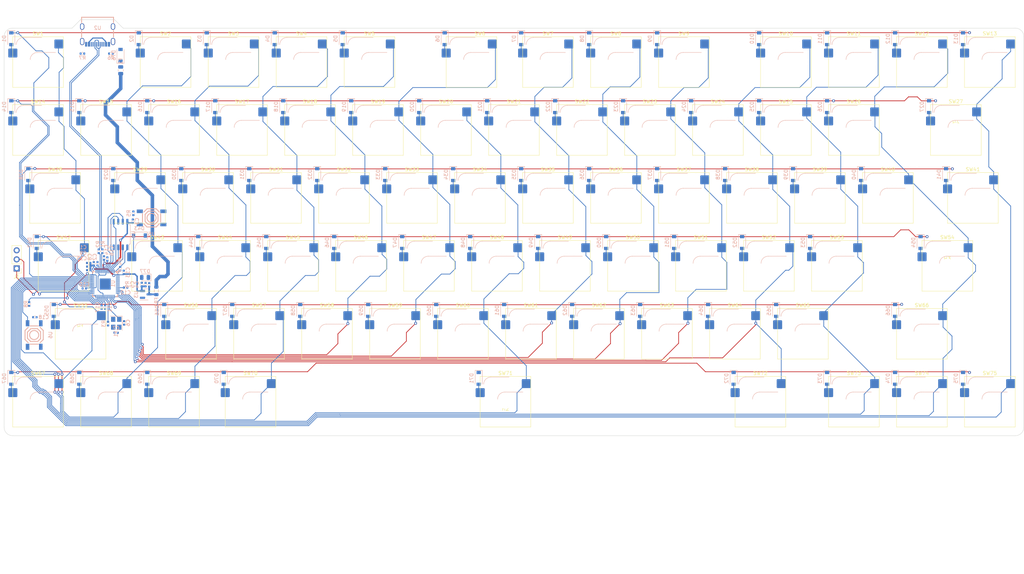
<source format=kicad_pcb>
(kicad_pcb (version 20211014) (generator pcbnew)
  (layers (0 "F.Cu" signal) (31 "B.Cu" signal) (34 "B.Paste" user) (35 "F.Paste" user) (36 "B.SilkS" user "B.Silkscreen") (37 "F.SilkS" user "F.Silkscreen") (38 "B.Mask" user) (39 "F.Mask" user) (44 "Edge.Cuts" user))
  (net 0 "")
  (net 1 "+3V3")
  (net 2 "GND")
  (net 3 "+5V")
  (net 4 "OSC_OUT")
  (net 5 "OSC_IN")
  (net 6 "RUN")
  (net 7 "ROW0")
  (net 8 "Net-(D1-Pad2)")
  (net 9 "Net-(D2-Pad2)")
  (net 10 "Net-(D3-Pad2)")
  (net 11 "Net-(D4-Pad2)")
  (net 12 "Net-(D5-Pad2)")
  (net 13 "Net-(D6-Pad2)")
  (net 14 "Net-(D7-Pad2)")
  (net 15 "Net-(D8-Pad2)")
  (net 16 "Net-(D9-Pad2)")
  (net 17 "Net-(D10-Pad2)")
  (net 18 "Net-(D11-Pad2)")
  (net 19 "Net-(D12-Pad2)")
  (net 20 "Net-(D13-Pad2)")
  (net 21 "ROW1")
  (net 22 "Net-(D16-Pad2)")
  (net 23 "Net-(D17-Pad2)")
  (net 24 "Net-(D18-Pad2)")
  (net 25 "Net-(D19-Pad2)")
  (net 26 "Net-(D20-Pad2)")
  (net 27 "Net-(D21-Pad2)")
  (net 28 "Net-(D22-Pad2)")
  (net 29 "Net-(D23-Pad2)")
  (net 30 "Net-(D24-Pad2)")
  (net 31 "Net-(D25-Pad2)")
  (net 32 "Net-(D26-Pad2)")
  (net 33 "Net-(D27-Pad2)")
  (net 34 "Net-(D28-Pad2)")
  (net 35 "Net-(D29-Pad2)")
  (net 36 "Net-(D14-Pad2)")
  (net 37 "ROW2")
  (net 38 "Net-(D31-Pad2)")
  (net 39 "Net-(D32-Pad2)")
  (net 40 "Net-(D33-Pad2)")
  (net 41 "Net-(D34-Pad2)")
  (net 42 "Net-(D35-Pad2)")
  (net 43 "Net-(D36-Pad2)")
  (net 44 "Net-(D37-Pad2)")
  (net 45 "Net-(D38-Pad2)")
  (net 46 "Net-(D39-Pad2)")
  (net 47 "Net-(D40-Pad2)")
  (net 48 "Net-(D41-Pad2)")
  (net 49 "Net-(D42-Pad2)")
  (net 50 "Net-(D43-Pad2)")
  (net 51 "Net-(D44-Pad2)")
  (net 52 "Net-(D15-Pad2)")
  (net 53 "ROW3")
  (net 54 "Net-(D46-Pad2)")
  (net 55 "Net-(D47-Pad2)")
  (net 56 "Net-(D48-Pad2)")
  (net 57 "Net-(D49-Pad2)")
  (net 58 "Net-(D50-Pad2)")
  (net 59 "Net-(D51-Pad2)")
  (net 60 "Net-(D52-Pad2)")
  (net 61 "Net-(D53-Pad2)")
  (net 62 "Net-(D54-Pad2)")
  (net 63 "Net-(D55-Pad2)")
  (net 64 "Net-(D56-Pad2)")
  (net 65 "Net-(D57-Pad2)")
  (net 66 "Net-(D58-Pad2)")
  (net 67 "ROW4")
  (net 68 "Net-(D59-Pad2)")
  (net 69 "Net-(D60-Pad2)")
  (net 70 "Net-(D61-Pad2)")
  (net 71 "Net-(D62-Pad2)")
  (net 72 "Net-(D63-Pad2)")
  (net 73 "Net-(D64-Pad2)")
  (net 74 "Net-(D65-Pad2)")
  (net 75 "Net-(D66-Pad2)")
  (net 76 "Net-(D67-Pad2)")
  (net 77 "Net-(D68-Pad2)")
  (net 78 "Net-(D69-Pad2)")
  (net 79 "Net-(D30-Pad2)")
  (net 80 "Net-(D71-Pad2)")
  (net 81 "ROW5")
  (net 82 "Net-(D72-Pad2)")
  (net 83 "Net-(D73-Pad2)")
  (net 84 "Net-(D74-Pad2)")
  (net 85 "Net-(D75-Pad2)")
  (net 86 "Net-(D45-Pad2)")
  (net 87 "Net-(D77-Pad2)")
  (net 88 "Net-(D70-Pad2)")
  (net 89 "Net-(D76-Pad1)")
  (net 90 "Net-(R5-Pad2)")
  (net 92 "USB_MCU+")
  (net 93 "USB_MCU-")
  (net 94 "VBUS")
  (net 95 "+1V1")
  (net 96 "Net-(F1-Pad2)")
  (net 97 "SWCLK")
  (net 98 "SWD")
  (net 99 "XOUT_MCU")
  (net 100 "USB+")
  (net 101 "USB-")
  (net 102 "QSPI_SS")
  (net 103 "CC2")
  (net 104 "CC1")
  (net 105 "CLM0")
  (net 106 "CLM1")
  (net 107 "CLM2")
  (net 108 "CLM3")
  (net 109 "CLM4")
  (net 110 "CLM5")
  (net 111 "CLM6")
  (net 112 "CLM7")
  (net 113 "CLM8")
  (net 114 "CLM9")
  (net 115 "CLM10")
  (net 116 "CLM11")
  (net 117 "CLM12")
  (net 118 "CLM13")
  (net 122 "QSPI_SD3")
  (net 123 "QSPI_SCLK")
  (net 124 "QSPI_SD0")
  (net 125 "QSPI_SD2")
  (net 126 "QSPI_SD1")
  (footprint "Switch_Keyboard_Hotswap_Kailh:SW_Hotswap_Kailh_MX_1.00u" (layer "F.Cu") (at 19.05 76.2)
    (fp_text reference "SW68")
    (fp_text value "BL_CTRL")
  )
  (footprint "Switch_Keyboard_Hotswap_Kailh:SW_Hotswap_Kailh_MX_6.25u" (layer "F.Cu") (at 130.96875 76.2)
    (fp_text reference "SW71")
    (fp_text value "SPACE")
  )
  (footprint "Switch_Keyboard_Hotswap_Kailh:SW_Hotswap_Kailh_MX_1.00u" (layer "F.Cu") (at 95.25 0)
    (fp_text reference "SW19")
    (fp_text value "5")
  )
  (footprint "Switch_Keyboard_Hotswap_Kailh:SW_Hotswap_Kailh_MX_1.00u" (layer "F.Cu") (at 138.1125 57.15)
    (fp_text reference "SW61")
    (fp_text value "N")
  )
  (footprint "Switch_Keyboard_Hotswap_Kailh:SW_Hotswap_Kailh_MX_1.00u" (layer "F.Cu") (at 228.6 76.2)
    (fp_text reference "SW73")
    (fp_text value "LEFT")
  )
  (footprint "Switch_Keyboard_Hotswap_Kailh:SW_Hotswap_Kailh_MX_1.00u" (layer "F.Cu") (at 73.81875 -19.05)
    (fp_text reference "SW4")
    (fp_text value "F3")
  )
  (footprint "Mounting_Keyboard_Stabilizer:Stabilizer_Cherry_MX_2.00u" (layer "F.Cu") (at 11.90625 57.15)
    (fp_text reference "H1")
    (fp_text value "L_SHIFT_STABILIZER")
  )
  (footprint "Switch_Keyboard_Hotswap_Kailh:SW_Hotswap_Kailh_MX_1.00u" (layer "F.Cu") (at 38.1 0)
    (fp_text reference "SW16")
    (fp_text value "2")
  )
  (footprint "Mounting_Keyboard_Stabilizer:Stabilizer_Cherry_MX_2.00u" (layer "F.Cu") (at 254.79375 38.1)
    (fp_text reference "H3")
    (fp_text value "ENTER_STABILIZER")
  )
  (footprint "Switch_Keyboard_Hotswap_Kailh:SW_Hotswap_Kailh_MX_1.00u" (layer "F.Cu") (at 247.65 76.2)
    (fp_text reference "SW74")
    (fp_text value "DOWN")
  )
  (footprint "Switch_Keyboard_Hotswap_Kailh:SW_Hotswap_Kailh_MX_1.00u" (layer "F.Cu") (at 121.44375 -19.05)
    (fp_text reference "SW6")
    (fp_text value "F5")
  )
  (footprint "Switch_Keyboard_Hotswap_Kailh:SW_Hotswap_Kailh_MX_1.00u" (layer "F.Cu") (at 195.2625 57.15)
    (fp_text reference "SW64")
    (fp_text value ".")
  )
  (footprint "Switch_Keyboard_Hotswap_Kailh:SW_Hotswap_Kailh_MX_1.00u" (layer "F.Cu") (at 85.725 19.05)
    (fp_text reference "SW32")
    (fp_text value "R")
  )
  (footprint "Switch_Keyboard_Hotswap_Kailh:SW_Hotswap_Kailh_MX_1.00u" (layer "F.Cu") (at 214.3125 57.15)
    (fp_text reference "SW65")
    (fp_text value "FWD_SLASH")
  )
  (footprint "Switch_Keyboard_Hotswap_Kailh:SW_Hotswap_Kailh_MX_1.00u" (layer "F.Cu") (at 66.675 19.05)
    (fp_text reference "SW31")
    (fp_text value "E")
  )
  (footprint "Switch_Keyboard_Hotswap_Kailh:SW_Hotswap_Kailh_MX_1.75u" (layer "F.Cu") (at 7.14375 38.1)
    (fp_text reference "SW42")
    (fp_text value "CAPS")
  )
  (footprint "Switch_Keyboard_Hotswap_Kailh:SW_Hotswap_Kailh_MX_2.00u" (layer "F.Cu") (at 257.175 0)
    (fp_text reference "SW27")
    (fp_text value "BACKSPACE")
  )
  (footprint "Switch_Keyboard_Hotswap_Kailh:SW_Hotswap_Kailh_MX_1.00u" (layer "F.Cu") (at 123.825 19.05)
    (fp_text reference "SW34")
    (fp_text value "Y")
  )
  (footprint "Switch_Keyboard_Hotswap_Kailh:SW_Hotswap_Kailh_MX_1.00u" (layer "F.Cu") (at 238.125 19.05)
    (fp_text reference "SW40")
    (fp_text value "]")
  )
  (footprint "Switch_Keyboard_Hotswap_Kailh:SW_Hotswap_Kailh_MX_1.00u" (layer "F.Cu") (at 76.2 0)
    (fp_text reference "SW18")
    (fp_text value "4")
  )
  (footprint "Switch_Keyboard_Hotswap_Kailh:SW_Hotswap_Kailh_MX_1.00u" (layer "F.Cu") (at 0 0)
    (fp_text reference "SW14")
    (fp_text value "TILDE")
  )
  (footprint "Switch_Keyboard_Hotswap_Kailh:SW_Hotswap_Kailh_MX_1.00u" (layer "F.Cu") (at 80.9625 57.15)
    (fp_text reference "SW58")
    (fp_text value "C")
  )
  (footprint "Switch_Keyboard_Hotswap_Kailh:SW_Hotswap_Kailh_MX_1.00u" (layer "F.Cu") (at 228.6 -19.05)
    (fp_text reference "SW11")
    (fp_text value "F10")
  )
  (footprint "Switch_Keyboard_Hotswap_Kailh:SW_Hotswap_Kailh_MX_1.50u" (layer "F.Cu") (at 4.7625 19.05)
    (fp_text reference "SW28")
    (fp_text value "TAB")
  )
  (footprint "Switch_Keyboard_Hotswap_Kailh:SW_Hotswap_Kailh_MX_1.00u" (layer "F.Cu") (at 176.2125 57.15)
    (fp_text reference "SW63")
    (fp_text value ",")
  )
  (footprint "Mounting_Keyboard_Stabilizer:Stabilizer_Cherry_MX_6.25u" (layer "F.Cu") (at 130.96875 76.2 180)
    (fp_text reference "H2")
    (fp_text value "SPACE_STABILIZER")
  )
  (footprint "Switch_Keyboard_Hotswap_Kailh:SW_Hotswap_Kailh_MX_1.25u" (layer "F.Cu") (at 202.40625 76.2)
    (fp_text reference "SW72")
    (fp_text value "R_CMD")
  )
  (footprint "Switch_Keyboard_Hotswap_Kailh:SW_Hotswap_Kailh_MX_1.00u" (layer "F.Cu") (at 35.71875 -19.05)
    (fp_text reference "SW2")
    (fp_text value "F1")
  )
  (footprint "Switch_Keyboard_Hotswap_Kailh:SW_Hotswap_Kailh_MX_1.00u" (layer "F.Cu") (at 204.7875 38.1)
    (fp_text reference "SW52")
    (fp_text value ";")
  )
  (footprint "Switch_Keyboard_Hotswap_Kailh:SW_Hotswap_Kailh_MX_1.00u" (layer "F.Cu") (at 219.075 19.05)
    (fp_text reference "SW39")
    (fp_text value "[")
  )
  (footprint "Switch_Keyboard_Hotswap_Kailh:SW_Hotswap_Kailh_MX_1.00u" (layer "F.Cu") (at 28.575 19.05)
    (fp_text reference "SW29")
    (fp_text value "Q")
  )
  (footprint "Switch_Keyboard_Hotswap_Kailh:SW_Hotswap_Kailh_MX_1.00u" (layer "F.Cu") (at 209.55 0)
    (fp_text reference "SW25")
    (fp_text value "-")
  )
  (footprint "Switch_Keyboard_Hotswap_Kailh:SW_Hotswap_Kailh_MX_1.00u" (layer "F.Cu") (at 54.76875 -19.05)
    (fp_text reference "SW3")
    (fp_text value "F2")
  )
  (footprint "Switch_Keyboard_Hotswap_Kailh:SW_Hotswap_Kailh_MX_1.00u" (layer "F.Cu") (at 266.7 -19.05)
    (fp_text reference "SW13")
    (fp_text value "F12")
  )
  (footprint "Switch_Keyboard_Hotswap_Kailh:SW_Hotswap_Kailh_MX_1.00u" (layer "F.Cu") (at 147.6375 38.1)
    (fp_text reference "SW49")
    (fp_text value "J")
  )
  (footprint "Switch_Keyboard_Hotswap_Kailh:SW_Hotswap_Kailh_MX_1.00u" (layer "F.Cu") (at 19.05 0)
    (fp_text reference "SW15")
    (fp_text value "1")
  )
  (footprint "Switch_Keyboard_Hotswap_Kailh:SW_Hotswap_Kailh_MX_1.00u" (layer "F.Cu") (at 247.65 -19.05)
    (fp_text reference "SW12")
    (fp_text value "F11")
  )
  (footprint "Switch_Keyboard_Hotswap_Kailh:SW_Hotswap_Kailh_MX_1.00u" (layer "F.Cu") (at 0 76.2)
    (fp_text reference "SW67")
    (fp_text value "FN")
  )
  (footprint "Switch_Keyboard_Hotswap_Kailh:SW_Hotswap_Kailh_MX_1.00u" (layer "F.Cu") (at 61.9125 57.15)
    (fp_text reference "SW57")
    (fp_text value "X")
  )
  (footprint "Switch_Keyboard_Hotswap_Kailh:SW_Hotswap_Kailh_MX_1.00u" (layer "F.Cu") (at 161.925 -19.05)
    (fp_text reference "SW8")
    (fp_text value "F7")
  )
  (footprint "Switch_Keyboard_Hotswap_Kailh:SW_Hotswap_Kailh_MX_1.00u" (layer "F.Cu") (at 92.86875 -19.05)
    (fp_text reference "SW5")
    (fp_text value "F4")
  )
  (footprint "Switch_Keyboard_Hotswap_Kailh:SW_Hotswap_Kailh_MX_1.50u" (layer "F.Cu") (at 261.9375 19.05)
    (fp_text reference "SW41")
    (fp_text value "BACKSLASH")
  )
  (footprint "Switch_Keyboard_Hotswap_Kailh:SW_Hotswap_Kailh_MX_1.00u" (layer "F.Cu") (at 190.5 0)
    (fp_text reference "SW24")
    (fp_text value "0")
  )
  (footprint "Switch_Keyboard_Hotswap_Kailh:SW_Hotswap_Kailh_MX_1.00u" (layer "F.Cu") (at 0 -19.05)
    (fp_text reference "SW1")
    (fp_text value "ESC")
  )
  (footprint "Switch_Keyboard_Hotswap_Kailh:SW_Hotswap_Kailh_MX_1.00u" (layer "F.Cu") (at 38.1 76.2)
    (fp_text reference "SW69")
    (fp_text value "L_ALT")
  )
  (footprint "Switch_Keyboard_Hotswap_Kailh:SW_Hotswap_Kailh_MX_1.00u" (layer "F.Cu") (at 180.975 -19.05)
    (fp_text reference "SW9")
    (fp_text value "F8")
  )
  (footprint "Switch_Keyboard_Hotswap_Kailh:SW_Hotswap_Kailh_MX_2.25u" (layer "F.Cu") (at 254.79375 38.1)
    (fp_text reference "SW54")
    (fp_text value "ENTER")
  )
  (footprint "Mounting_Keyboard_Stabilizer:Stabilizer_Cherry_MX_2.00u" (layer "F.Cu") (at 257.175 0)
    (fp_text reference "H4")
    (fp_text value "BACKSPACE_STABILIZER")
  )
  (footprint "Switch_Keyboard_Hotswap_Kailh:SW_Hotswap_Kailh_MX_1.00u" (layer "F.Cu") (at 109.5375 38.1)
    (fp_text reference "SW47")
    (fp_text value "G")
  )
  (footprint "Switch_Keyboard_Hotswap_Kailh:SW_Hotswap_Kailh_MX_1.00u" (layer "F.Cu") (at 185.7375 38.1)
    (fp_text reference "SW51")
    (fp_text value "L")
  )
  (footprint "Switch_Keyboard_Hotswap_Kailh:SW_Hotswap_Kailh_MX_1.00u" (layer "F.Cu") (at 42.8625 57.15)
    (fp_text reference "SW56")
    (fp_text value "Z")
  )
  (footprint "Switch_Keyboard_Hotswap_Kailh:SW_Hotswap_Kailh_MX_1.00u" (layer "F.Cu") (at 266.7 76.2)
    (fp_text reference "SW75")
    (fp_text value "RIGHT")
  )
  (footprint "Switch_Keyboard_Hotswap_Kailh:SW_Hotswap_Kailh_MX_1.00u" (layer "F.Cu") (at 228.6 0)
    (fp_text reference "SW26")
    (fp_text value "+")
  )
  (footprint "Switch_Keyboard_Hotswap_Kailh:SW_Hotswap_Kailh_MX_1.00u" (layer "F.Cu") (at 152.4 0)
    (fp_text reference "SW22")
    (fp_text value "8")
  )
  (footprint "Switch_Keyboard_Hotswap_Kailh:SW_Hotswap_Kailh_MX_1.00u" (layer "F.Cu") (at 47.625 19.05)
    (fp_text reference "SW30")
    (fp_text value "W")
  )
  (footprint "Switch_Keyboard_Hotswap_Kailh:SW_Hotswap_Kailh_MX_1.00u" (layer "F.Cu") (at 142.875 19.05)
    (fp_text reference "SW35")
    (fp_text value "U")
  )
  (footprint "Switch_Keyboard_Hotswap_Kailh:SW_Hotswap_Kailh_MX_1.00u" (layer "F.Cu") (at 100.0125 57.15)
    (fp_text reference "SW59")
    (fp_text value "V")
  )
  (footprint "Switch_Keyboard_Hotswap_Kailh:SW_Hotswap_Kailh_MX_1.00u" (layer "F.Cu") (at 33.3375 38.1)
    (fp_text reference "SW43")
    (fp_text value "A")
  )
  (footprint "Switch_Keyboard_Hotswap_Kailh:SW_Hotswap_Kailh_MX_1.00u" (layer "F.Cu") (at 180.975 19.05)
    (fp_text reference "SW37")
    (fp_text value "O")
  )
  (footprint "Switch_Keyboard_Hotswap_Kailh:SW_Hotswap_Kailh_MX_1.00u" (layer "F.Cu") (at 166.6875 38.1)
    (fp_text reference "SW50")
    (fp_text value "K")
  )
  (footprint "Switch_Keyboard_Hotswap_Kailh:SW_Hotswap_Kailh_MX_1.00u" (layer "F.Cu") (at 90.4875 38.1)
    (fp_text reference "SW46")
    (fp_text value "F")
  )
  (footprint "Connector_PinHeader_2.54mm:PinHeader_1x03_P2.54mm_Vertical" (layer "F.Cu") (at -6 38.825 180)
    (fp_text reference "J1")
    (fp_text value "Conn_01x03")
  )
  (footprint "Switch_Keyboard_Hotswap_Kailh:SW_Hotswap_Kailh_MX_1.00u" (layer "F.Cu") (at 142.875 -19.05)
    (fp_text reference "SW7")
    (fp_text value "F6")
  )
  (footprint "Switch_Keyboard_Hotswap_Kailh:SW_Hotswap_Kailh_MX_1.00u" (layer "F.Cu") (at 133.35 0)
    (fp_text reference "SW21")
    (fp_text value "7")
  )
  (footprint "Switch_Keyboard_Hotswap_Kailh:SW_Hotswap_Kailh_MX_1.00u" (layer "F.Cu") (at 104.775 19.05)
    (fp_text reference "SW33")
    (fp_text value "T")
  )
  (footprint "Switch_Keyboard_Hotswap_Kailh:SW_Hotswap_Kailh_MX_1.25u" (layer "F.Cu") (at 59.53125 76.2)
    (fp_text reference "SW70")
    (fp_text value "L_CMD")
  )
  (footprint "Switch_Keyboard_Hotswap_Kailh:SW_Hotswap_Kailh_MX_1.00u" (layer "F.Cu") (at 128.5875 38.1)
    (fp_text reference "SW48")
    (fp_text value "H")
  )
  (footprint "Switch_Keyboard_Hotswap_Kailh:SW_Hotswap_Kailh_MX_1.00u" (layer "F.Cu") (at 209.55 -19.05)
    (fp_text reference "SW10")
    (fp_text value "F9")
  )
  (footprint "Switch_Keyboard_Hotswap_Kailh:SW_Hotswap_Kailh_MX_1.00u" (layer "F.Cu") (at 161.925 19.05)
    (fp_text reference "SW36")
    (fp_text value "I")
  )
  (footprint "Switch_Keyboard_Hotswap_Kailh:SW_Hotswap_Kailh_MX_1.00u" (layer "F.Cu") (at 114.3 0)
    (fp_text reference "SW20")
    (fp_text value "6")
  )
  (footprint "Switch_Keyboard_Hotswap_Kailh:SW_Hotswap_Kailh_MX_1.00u" (layer "F.Cu") (at 157.1625 57.15)
    (fp_text reference "SW62")
    (fp_text value "M")
  )
  (footprint "Switch_Keyboard_Hotswap_Kailh:SW_Hotswap_Kailh_MX_1.00u" (layer "F.Cu") (at 171.45 0)
    (fp_text reference "SW23")
    (fp_text value "9")
  )
  (footprint "Switch_Keyboard_Hotswap_Kailh:SW_Hotswap_Kailh_MX_1.00u" (layer "F.Cu") (at 247.65 57.15)
    (fp_text reference "SW66")
    (fp_text value "UP")
  )
  (footprint "Switch_Keyboard_Hotswap_Kailh:SW_Hotswap_Kailh_MX_1.00u" (layer "F.Cu") (at 223.8375 38.1)
    (fp_text reference "SW53")
    (fp_text value "'")
  )
  (footprint "Switch_Keyboard_Hotswap_Kailh:SW_Hotswap_Kailh_MX_2.25u" (layer "F.Cu") (at 11.90625 57.15)
    (fp_text reference "SW55")
    (fp_text value "L_SHIFT")
  )
  (footprint "Switch_Keyboard_Hotswap_Kailh:SW_Hotswap_Kailh_MX_1.00u" (layer "F.Cu") (at 57.15 0)
    (fp_text reference "SW17")
    (fp_text value "3")
  )
  (footprint "Switch_Keyboard_Hotswap_Kailh:SW_Hotswap_Kailh_MX_1.00u" (layer "F.Cu") (at 200.025 19.05)
    (fp_text reference "SW38")
    (fp_text value "P")
  )
  (footprint "Switch_Keyboard_Hotswap_Kailh:SW_Hotswap_Kailh_MX_1.00u" (layer "F.Cu") (at 71.4375 38.1)
    (fp_text reference "SW45")
    (fp_text value "D")
  )
  (footprint "Switch_Keyboard_Hotswap_Kailh:SW_Hotswap_Kailh_MX_1.00u" (layer "F.Cu") (at 52.3875 38.1)
    (fp_text reference "SW44")
    (fp_text value "S")
  )
  (footprint "Switch_Keyboard_Hotswap_Kailh:SW_Hotswap_Kailh_MX_1.00u" (layer "F.Cu") (at 119.0625 57.15)
    (fp_text reference "SW60")
    (fp_text value "B")
  )
  (footprint "Diode_SMD:D_SOD-123" (layer "B.Cu") (at 197.2875 31.55 -90)
    (fp_text reference "D52")
    (fp_text value "D_Small")
  )
  (footprint "Diode_SMD:D_SOD-123" (layer "B.Cu") (at 173.475 12.5 -90)
    (fp_text reference "D37")
    (fp_text value "D_Small")
  )
  (footprint "Capacitor_SMD:C_0402_1005Metric" (layer "B.Cu") (at 14.2 38.3 180)
    (fp_text reference "C9")
    (fp_text value "100nF")
  )
  (footprint "Diode_SMD:D_SOD-123" (layer "B.Cu") (at 102.0375 31.55 -90)
    (fp_text reference "D47")
    (fp_text value "D_Small")
  )
  (footprint "Capacitor_SMD:C_0402_1005Metric" (layer "B.Cu") (at 16.65 37.52 90)
    (fp_text reference "C2")
    (fp_text value "1uF")
  )
  (footprint "Diode_SMD:D_SOD-123" (layer "B.Cu") (at 202.05 -25.6 -90)
    (fp_text reference "D10")
    (fp_text value "D_Small")
  )
  (footprint "Diode_SMD:D_SOD-123" (layer "B.Cu") (at 135.375 -25.6 -90)
    (fp_text reference "D7")
    (fp_text value "D_Small")
  )
  (footprint "Diode_SMD:D_SOD-123" (layer "B.Cu") (at -7.5 -25.6 -90)
    (fp_text reference "D1")
    (fp_text value "D_Small")
  )
  (footprint "Diode_SMD:D_SOD-123" (layer "B.Cu") (at 40.125 12.5 -90)
    (fp_text reference "D30")
    (fp_text value "D_Small")
  )
  (footprint "Capacitor_SMD:C_0402_1005Metric" (layer "B.Cu") (at 14.18 37.3 180)
    (fp_text reference "C1")
    (fp_text value "1uF")
  )
  (footprint "Diode_SMD:D_SOD-123" (layer "B.Cu") (at 82.9875 31.55 -90)
    (fp_text reference "D46")
    (fp_text value "D_Small")
  )
  (footprint "Diode_SMD:D_SOD-123" (layer "B.Cu") (at 59.175 12.5 -90)
    (fp_text reference "D31")
    (fp_text value "D_Small")
  )
  (footprint "Diode_SMD:D_SOD-123" (layer "B.Cu") (at 240.15 -25.6 -90)
    (fp_text reference "D12")
    (fp_text value "D_Small")
  )
  (footprint "Capacitor_SMD:C_0402_1005Metric" (layer "B.Cu") (at -0.9 52.5)
    (fp_text reference "C18")
    (fp_text value "0.1 uF")
  )
  (footprint "Diode_SMD:D_SOD-123" (layer "B.Cu") (at 78.225 12.5 -90)
    (fp_text reference "D32")
    (fp_text value "D_Small")
  )
  (footprint "Diode_SMD:D_SOD-123" (layer "B.Cu") (at 221.1 -25.6 -90)
    (fp_text reference "D11")
    (fp_text value "D_Small")
  )
  (footprint "Diode_SMD:D_SOD-123" (layer "B.Cu") (at 106.8 -6.55 -90)
    (fp_text reference "D20")
    (fp_text value "D_Small")
  )
  (footprint "Package_TO_SOT_SMD:SOT-23" (layer "B.Cu") (at 30.2 46.1)
    (fp_text reference "U3")
    (fp_text value "XC6206PxxxMR")
  )
  (footprint "Inductor_SMD:L_0805_2012Metric" (layer "B.Cu") (at 33.1375 45.1 -90)
    (fp_text reference "FB1")
    (fp_text value "100@100MHz")
  )
  (footprint "Diode_SMD:D_SOD-123" (layer "B.Cu") (at 173.475 -25.6 -90)
    (fp_text reference "D9")
    (fp_text value "D_Small")
  )
  (footprint "Diode_SMD:D_SOD-123" (layer "B.Cu") (at 140.1375 31.55 -90)
    (fp_text reference "D49")
    (fp_text value "D_Small")
  )
  (footprint "Diode_SMD:D_SOD-123" (layer "B.Cu") (at 121.0875 31.55 -90)
    (fp_text reference "D48")
    (fp_text value "D_Small")
  )
  (footprint "Diode_SMD:D_SOD-123" (layer "B.Cu") (at 23.1 -20.95 90)
    (fp_text reference "D76")
    (fp_text value "Schottky 5819W")
  )
  (footprint "Diode_SMD:D_SOD-123" (layer "B.Cu") (at 66.31875 -25.6 -90)
    (fp_text reference "D4")
    (fp_text value "D_Small")
  )
  (footprint "Diode_SMD:D_SOD-123" (layer "B.Cu") (at 240.15 50.6 -90)
    (fp_text reference "D66")
    (fp_text value "D_Small")
  )
  (footprint "Resistor_SMD:R_0402_1005Metric" (layer "B.Cu") (at 18 34 90)
    (fp_text reference "R1")
    (fp_text value "27 ohm")
  )
  (footprint "Resistor_SMD:R_0402_1005Metric" (layer "B.Cu") (at -2.5 48.8 90)
    (fp_text reference "R8")
    (fp_text value "10k ohm")
  )
  (footprint "Diode_SMD:D_SOD-123" (layer "B.Cu") (at 85.36875 -25.6 -90)
    (fp_text reference "D5")
    (fp_text value "D_Small")
  )
  (footprint "Resistor_SMD:R_0402_1005Metric" (layer "B.Cu") (at 29.05 43.35 90)
    (fp_text reference "R9")
    (fp_text value "1k5 ohm")
  )
  (footprint "footprints:simple-usb-c" (layer "B.Cu") (at 16.66875 -27.83125)
    (fp_text reference "U2")
    (fp_text value "TYPE-C-31-M-12")
  )
  (footprint "Diode_SMD:D_SOD-123" (layer "B.Cu") (at 28.4 29.6 180)
    (fp_text reference "D43")
    (fp_text value "D_Small")
  )
  (footprint "Diode_SMD:D_SOD-123" (layer "B.Cu") (at 144.9 -6.55 -90)
    (fp_text reference "D22")
    (fp_text value "D_Small")
  )
  (footprint "LED_SMD:LED_0805_2012Metric" (layer "B.Cu") (at 29.975 41.35 180)
    (fp_text reference "D77")
    (fp_text value "Power LED (Green)")
  )
  (footprint "Diode_SMD:D_SOD-123" (layer "B.Cu") (at 47.26875 -25.6 -90)
    (fp_text reference "D3")
    (fp_text value "D_Small")
  )
  (footprint "Diode_SMD:D_SOD-123" (layer "B.Cu") (at 154.425 -25.6 -90)
    (fp_text reference "D8")
    (fp_text value "D_Small")
  )
  (footprint "Diode_SMD:D_SOD-123" (layer "B.Cu") (at 259.2 -25.6 -90)
    (fp_text reference "D13")
    (fp_text value "D_Small")
  )
  (footprint "footprints:tactile-switch" (layer "B.Cu") (at -1.1 57.5 90)
    (fp_text reference "U6")
    (fp_text value "switch")
  )
  (footprint "Diode_SMD:D_SOD-123" (layer "B.Cu") (at 21.075 12.5 -90)
    (fp_text reference "D29")
    (fp_text value "D_Small")
  )
  (footprint "Diode_SMD:D_SOD-123" (layer "B.Cu") (at 63.9375 31.55 -90)
    (fp_text reference "D45")
    (fp_text value "D_Small")
  )
  (footprint "Diode_SMD:D_SOD-123" (layer "B.Cu") (at 247.29375 31.55 -90)
    (fp_text reference "D54")
    (fp_text value "D_Small")
  )
  (footprint "Diode_SMD:D_SOD-123" (layer "B.Cu") (at 240.15 69.65 -90)
    (fp_text reference "D74")
    (fp_text value "D_Small")
  )
  (footprint "Diode_SMD:D_SOD-123" (layer "B.Cu") (at 178.2375 31.55 -90)
    (fp_text reference "D51")
    (fp_text value "D_Small")
  )
  (footprint "Diode_SMD:D_SOD-123" (layer "B.Cu") (at 168.7125 50.6 -90)
    (fp_text reference "D63")
    (fp_text value "D_Small")
  )
  (footprint "Diode_SMD:D_SOD-123" (layer "B.Cu") (at 54.4125 50.6 -90)
    (fp_text reference "D57")
    (fp_text value "D_Small")
  )
  (footprint "Capacitor_SMD:C_0402_1005Metric" (layer "B.Cu") (at 24.52 44.18)
    (fp_text reference "C12")
    (fp_text value "100nF")
  )
  (footprint "Resistor_SMD:R_0402_1005Metric" (layer "B.Cu") (at 19.6 54.31 90)
    (fp_text reference "R3")
    (fp_text value "1k ohm")
  )
  (footprint "Diode_SMD:D_SOD-123" (layer "B.Cu") (at 35.3625 50.6 -90)
    (fp_text reference "D56")
    (fp_text value "D_Small")
  )
  (footprint "Diode_SMD:D_SOD-123" (layer "B.Cu") (at 202.05 -6.55 -90)
    (fp_text reference "D25")
    (fp_text value "D_Small")
  )
  (footprint "Capacitor_SMD:C_0402_1005Metric" (layer "B.Cu") (at 18.8 49.68 -90)
    (fp_text reference "C11")
    (fp_text value "100nF")
  )
  (footprint "Diode_SMD:D_SOD-123" (layer "B.Cu") (at -7.5 -6.55 -90)
    (fp_text reference "D14")
    (fp_text value "D_Small")
  )
  (footprint "Diode_SMD:D_SOD-123" (layer "B.Cu") (at 135.375 12.5 -90)
    (fp_text reference "D35")
    (fp_text value "D_Small")
  )
  (footprint "Diode_SMD:D_SOD-123" (layer "B.Cu") (at 194.90625 69.65 -90)
    (fp_text reference "D72")
    (fp_text value "D_Small")
  )
  (footprint "Resistor_SMD:R_0402_1005Metric" (layer "B.Cu") (at 23 38.9 90)
    (fp_text reference "R4")
    (fp_text value "10k ohm")
  )
  (footprint "Diode_SMD:D_SOD-123" (layer "B.Cu") (at 11.55 -6.55 -90)
    (fp_text reference "D15")
    (fp_text value "D_Small")
  )
  (footprint "Resistor_SMD:R_0402_1005Metric" (layer "B.Cu") (at 26.699975 23.350394 90)
    (fp_text reference "R5")
    (fp_text value "1k ohm")
  )
  (footprint "Diode_SMD:D_SOD-123" (layer "B.Cu") (at 11.55 69.65 -90)
    (fp_text reference "D68")
    (fp_text value "D_Small")
  )
  (footprint "Resistor_SMD:R_0402_1005Metric" (layer "B.Cu") (at 20.4125 -21.43125)
    (fp_text reference "R6")
    (fp_text value "5.1k")
  )
  (footprint "Diode_SMD:D_SOD-123" (layer "B.Cu") (at 149.6625 50.6 -90)
    (fp_text reference "D62")
    (fp_text value "D_Small")
  )
  (footprint "Diode_SMD:D_SOD-123" (layer "B.Cu") (at 111.5625 50.6 -90)
    (fp_text reference "D60")
    (fp_text value "D_Small")
  )
  (footprint "Diode_SMD:D_SOD-123" (layer "B.Cu") (at 211.575 12.5 -90)
    (fp_text reference "D39")
    (fp_text value "D_Small")
  )
  (footprint "Capacitor_SMD:C_0402_1005Metric" (layer "B.Cu") (at 15.6 37.52 90)
    (fp_text reference "C8")
    (fp_text value "100nF")
  )
  (footprint "Diode_SMD:D_SOD-123" (layer "B.Cu") (at 187.7625 50.6 -90)
    (fp_text reference "D64")
    (fp_text value "D_Small")
  )
  (footprint "Diode_SMD:D_SOD-123" (layer "B.Cu") (at 87.75 -6.55 -90)
    (fp_text reference "D19")
    (fp_text value "D_Small")
  )
  (footprint "Diode_SMD:D_SOD-123" (layer "B.Cu") (at 30.6 -6.55 -90)
    (fp_text reference "D16")
    (fp_text value "D_Small")
  )
  (footprint "Diode_SMD:D_SOD-123" (layer "B.Cu") (at 183 -6.55 -90)
    (fp_text reference "D24")
    (fp_text value "D_Small")
  )
  (footprint "Resistor_SMD:R_0402_1005Metric" (layer "B.Cu") (at 12.4225 -21.43125 180)
    (fp_text reference "R7")
    (fp_text value "5.1k")
  )
  (footprint "Capacitor_SMD:C_0402_1005Metric" (layer "B.Cu") (at 31.125 43.425 90)
    (fp_text reference "C4")
    (fp_text value "1uF")
  )
  (footprint "Diode_SMD:D_SOD-123" (layer "B.Cu") (at 206.8125 50.6 -90)
    (fp_text reference "D65")
    (fp_text value "D_Small")
  )
  (footprint "Diode_SMD:D_SOD-123" (layer "B.Cu") (at 254.4375 12.5 -90)
    (fp_text reference "D41")
    (fp_text value "D_Small")
  )
  (footprint "Capacitor_SMD:C_0402_1005Metric" (layer "B.Cu") (at 26.55 25.575 90)
    (fp_text reference "C3")
    (fp_text value "0.1 uF")
  )
  (footprint "Diode_SMD:D_SOD-123" (layer "B.Cu") (at 125.85 -6.55 -90)
    (fp_text reference "D21")
    (fp_text value "D_Small")
  )
  (footprint "Capacitor_SMD:C_0402_1005Metric" (layer "B.Cu") (at 30.125 43.375 90)
    (fp_text reference "C5")
    (fp_text value "1uF")
  )
  (footprint "Diode_SMD:D_SOD-123" (layer "B.Cu") (at 44.8875 31.55 -90)
    (fp_text reference "D44")
    (fp_text value "D_Small")
  )
  (footprint "Diode_SMD:D_SOD-123" (layer "B.Cu") (at 116.325 12.5 -90)
    (fp_text reference "D34")
    (fp_text value "D_Small")
  )
  (footprint "Diode_SMD:D_SOD-123" (layer "B.Cu") (at 249.675 -6.55 -90)
    (fp_text reference "D27")
    (fp_text value "D_Small")
  )
  (footprint "Diode_SMD:D_SOD-123" (layer "B.Cu") (at 163.95 -6.55 -90)
    (fp_text reference "D23")
    (fp_text value "D_Small")
  )
  (footprint "Capacitor_SMD:C_0402_1005Metric" (layer "B.Cu") (at 19.4 36.2 90)
    (fp_text reference "C16")
    (fp_text value "100nF")
  )
  (footprint "Capacitor_SMD:C_0402_1005Metric" (layer "B.Cu") (at 21.86 56.87)
    (fp_text reference "C7")
    (fp_text value "30pF")
  )
  (footprint "Capacitor_SMD:C_0402_1005Metric" (layer "B.Cu") (at 14.2 39.3 180)
    (fp_text reference "C15")
    (fp_text value "100nF")
  )
  (footprint "Capacitor_SMD:C_0402_1005Metric" (layer "B.Cu") (at 12.95 44.43 180)
    (fp_text reference "C10")
    (fp_text value "100nF")
  )
  (footprint "Capacitor_SMD:C_0402_1005Metric" (layer "B.Cu") (at 17.8 49.68 -90)
    (fp_text reference "C17")
    (fp_text value "100nF")
  )
  (footprint "Diode_SMD:D_SOD-123" (layer "B.Cu") (at -2.7375 12.5 -90)
    (fp_text reference "D28")
    (fp_text value "D_Small")
  )
  (footprint "Diode_SMD:D_SOD-123" (layer "B.Cu") (at 28.21875 -25.6 -90)
    (fp_text reference "D2")
    (fp_text value "D_Small")
  )
  (footprint "Diode_SMD:D_SOD-123" (layer "B.Cu") (at -0.35625 31.55 -90)
    (fp_text reference "D42")
    (fp_text value "D_Small")
  )
  (footprint "Capacitor_SMD:C_0402_1005Metric" (layer "B.Cu") (at 24 39.92 90)
    (fp_text reference "C13")
    (fp_text value "100nF")
  )
  (footprint "Diode_SMD:D_SOD-123" (layer "B.Cu") (at 221.1 69.65 -90)
    (fp_text reference "D73")
    (fp_text value "D_Small")
  )
  (footprint "Diode_SMD:D_SOD-123" (layer "B.Cu") (at 113.94375 -25.6 -90)
    (fp_text reference "D6")
    (fp_text value "D_Small")
  )
  (footprint "Diode_SMD:D_SOD-123" (layer "B.Cu") (at 216.3375 31.55 -90)
    (fp_text reference "D53")
    (fp_text value "D_Small")
  )
  (footprint "Diode_SMD:D_SOD-123" (layer "B.Cu") (at 230.625 12.5 -90)
    (fp_text reference "D40")
    (fp_text value "D_Small")
  )
  (footprint "Fuse:Fuse_0805_2012Metric" (layer "B.Cu") (at 23.15 -16.75 -90)
    (fp_text reference "F1")
    (fp_text value "TLC_PSMD050")
  )
  (footprint "Capacitor_SMD:C_0402_1005Metric" (layer "B.Cu") (at 18.47 35.9 90)
    (fp_text reference "C14")
    (fp_text value "100nF")
  )
  (footprint "Diode_SMD:D_SOD-123" (layer "B.Cu") (at 221.1 -6.55 -90)
    (fp_text reference "D26")
    (fp_text value "D_Small")
  )
  (footprint "Diode_SMD:D_SOD-123" (layer "B.Cu") (at -7.5 69.65 -90)
    (fp_text reference "D67")
    (fp_text value "D_Small")
  )
  (footprint "Diode_SMD:D_SOD-123" (layer "B.Cu") (at 97.275 12.5 -90)
    (fp_text reference "D33")
    (fp_text value "D_Small")
  )
  (footprint "Crystal:Crystal_SMD_3225-4Pin_3.2x2.5mm" (layer "B.Cu") (at 21.9 54.2 -90)
    (fp_text reference "Y1")
    (fp_text value "12MHz - 20pF")
  )
  (footprint "Diode_SMD:D_SOD-123" (layer "B.Cu") (at 130.6125 50.6 -90)
    (fp_text reference "D61")
    (fp_text value "D_Small")
  )
  (footprint "Diode_SMD:D_SOD-123" (layer "B.Cu") (at 73.4625 50.6 -90)
    (fp_text reference "D58")
    (fp_text value "D_Small")
  )
  (footprint "Diode_SMD:D_SOD-123" (layer "B.Cu") (at 154.425 12.5 -90)
    (fp_text reference "D36")
    (fp_text value "D_Small")
  )
  (footprint "Diode_SMD:D_SOD-123" (layer "B.Cu") (at 52.03125 69.65 -90)
    (fp_text reference "D70")
    (fp_text value "D_Small")
  )
  (footprint "footprints:rp2040" (layer "B.Cu") (at 18.8 43.2 180)
    (fp_text reference "U1")
    (fp_text value "RP2040")
  )
  (footprint "Diode_SMD:D_SOD-123" (layer "B.Cu") (at 123.46875 69.65 -90)
    (fp_text reference "D71")
    (fp_text value "D_Small")
  )
  (footprint "Diode_SMD:D_SOD-123" (layer "B.Cu") (at 92.5125 50.6 -90)
    (fp_text reference "D59")
    (fp_text value "D_Small")
  )
  (footprint "footprints:tactile-switch" (layer "B.Cu") (at 31.799975 24.650394)
    (fp_text reference "U5")
    (fp_text value "switch")
  )
  (footprint "Diode_SMD:D_SOD-123" (layer "B.Cu") (at 30.6 69.65 -90)
    (fp_text reference "D69")
    (fp_text value "D_Small")
  )
  (footprint "Capacitor_SMD:C_0402_1005Metric" (layer "B.Cu") (at 24.1 54.1 -90)
    (fp_text reference "C6")
    (fp_text value "30pF")
  )
  (footprint "Diode_SMD:D_SOD-123" (layer "B.Cu") (at 49.65 -6.55 -90)
    (fp_text reference "D17")
    (fp_text value "D_Small")
  )
  (footprint "Diode_SMD:D_SOD-123" (layer "B.Cu") (at 68.7 -6.55 -90)
    (fp_text reference "D18")
    (fp_text value "D_Small")
  )
  (footprint "Diode_SMD:D_SOD-123" (layer "B.Cu") (at 192.525 12.5 -90)
    (fp_text reference "D38")
    (fp_text value "D_Small")
  )
  (footprint "Diode_SMD:D_SOD-123" (layer "B.Cu") (at 259.2 69.65 -90)
    (fp_text reference "D75")
    (fp_text value "D_Small")
  )
  (footprint "Diode_SMD:D_SOD-123" (layer "B.Cu") (at 4.40625 50.6 -90)
    (fp_text reference "D55")
    (fp_text value "D_Small")
  )
  (footprint "Package_SO:SOIC-8_5.23x5.23mm_P1.27mm" (layer "B.Cu") (at 23.1 29.3 90)
    (fp_text reference "U4")
    (fp_text value "W25Q128JVS")
  )
  (footprint "Diode_SMD:D_SOD-123" (layer "B.Cu") (at 159.1875 31.55 -90)
    (fp_text reference "D50")
    (fp_text value "D_Small")
  )
  (footprint "Resistor_SMD:R_0402_1005Metric" (layer "B.Cu") (at 17 34 90)
    (fp_text reference "R2")
    (fp_text value "27 ohm")
  )
  (gr_line (start -9.525 83.34375) (end -9.525 -26.19375) (layer "Edge.Cuts") (width 0.1))
  (gr_line (start 273.84375 85.725) (end -7.14375 85.725) (layer "Edge.Cuts") (width 0.1))
  (gr_line (start 11.90625 -30.95625) (end 21.43125 -30.95625) (layer "Edge.Cuts") (width 0.1))
  (gr_line (start 276.225 -26.19375) (end 276.225 83.34375) (layer "Edge.Cuts") (width 0.1))
  (gr_line (start 23.8125 -28.575) (end 273.84375 -28.575) (layer "Edge.Cuts") (width 0.1))
  (gr_line (start 11.90625 -30.95625) (end 9.525 -28.575) (layer "Edge.Cuts") (width 0.1))
  (gr_line (start -7.14375 -28.575) (end 9.525 -28.575) (layer "Edge.Cuts") (width 0.1))
  (gr_arc (start 276.225 83.34375) (mid 275.527548 85.027548) (end 273.84375 85.725) (layer "Edge.Cuts") (width 0.1))
  (gr_arc (start -7.14375 85.725) (mid -8.827548 85.027548) (end -9.525 83.34375) (layer "Edge.Cuts") (width 0.1))
  (gr_line (start 21.43125 -30.95625) (end 23.8125 -28.575) (layer "Edge.Cuts") (width 0.1))
  (gr_arc (start -9.525 -26.19375) (mid -8.827548 -27.877548) (end -7.14375 -28.575) (layer "Edge.Cuts") (width 0.1))
  (gr_arc (start 273.84375 -28.575) (mid 275.527548 -27.877548) (end 276.225 -26.19375) (layer "Edge.Cuts") (width 0.1))
  (segment (start 8.2 45.9) (end 8.2 47.1) (width 0.2) (layer "F.Cu") (net 1))
  (segment (start 21.210335 40.792728) (end 19.417607 39) (width 0.4) (layer "F.Cu") (net 1))
  (segment (start 18.3 37.8) (end 18.7 37.4) (width 0.4) (layer "F.Cu") (net 1))
  (segment (start 18.3 39) (end 18.3 37.8) (width 0.4) (layer "F.Cu") (net 1))
  (segment (start 18.7 37.4) (end 21.4 37.4) (width 0.4) (layer "F.Cu") (net 1))
  (segment (start 23.1 35.7) (end 23.1 30.9) (width 0.4) (layer "F.Cu") (net 1))
  (segment (start 21.4 37.4) (end 23.1 35.7) (width 0.4) (layer "F.Cu") (net 1))
  (segment (start 19.417607 39) (end 18.3 39) (width 0.4) (layer "F.Cu") (net 1))
  (segment (start 13.8 40.3) (end 8.2 45.9) (width 0.2) (layer "F.Cu") (net 1))
  (segment (start 18.3 39) (end 15.5 39) (width 0.4) (layer "F.Cu") (net 1))
  (via (at 8.2 47.1) (size 0.8) (drill 0.4) (layers "F.Cu" "B.Cu") (net 1))
  (via (at 23.1 30.9) (size 0.8) (drill 0.4) (layers "F.Cu" "B.Cu") (net 1))
  (via (at 18.7 37.4) (size 0.8) (drill 0.4) (layers "F.Cu" "B.Cu") (net 1))
  (via (at 13.8 40.3) (size 0.8) (drill 0.4) (layers "F.Cu" "B.Cu") (net 1))
  (via (at 15.5 39) (size 0.8) (drill 0.4) (layers "F.Cu" "B.Cu") (net 1))
  (via (at 21.210335 40.792728) (size 0.8) (drill 0.4) (layers "F.Cu" "B.Cu") (net 1))
  (segment (start 14.099924 40.599924) (end 13.8 40.3) (width 0.2) (layer "B.Cu") (net 1))
  (segment (start 22.350165 44.199873) (end 24.020127 44.199873) (width 0.2) (layer "B.Cu") (net 1))
  (segment (start 18.600102 46.750038) (end 18.600102 48.200102) (width 0.2) (layer "B.Cu") (net 1))
  (segment (start 18.47 37.17) (end 18.47 36.38) (width 0.2) (layer "B.Cu") (net 1))
  (segment (start 14.66 39.28) (end 14.68 39.3) (width 0.5) (layer "B.Cu") (net 1))
  (segment (start 18.600102 38.500102) (end 18.600102 39.649962) (width 0.2) (layer "B.Cu") (net 1))
  (segment (start 16.5 38.6) (end 16.600102 38.700102) (width 0.2) (layer "B.Cu") (net 1))
  (segment (start 24.1 44.24) (end 24.04 44.18) (width 0.4) (layer "B.Cu") (net 1))
  (segment (start 18.200051 39.649962) (end 18.200051 38.499949) (width 0.2) (layer "B.Cu") (net 1))
  (segment (start 16.200051 38.600051) (end 16.2 38.6) (width 0.2) (layer "B.Cu") (net 1))
  (segment (start 16.098806 40.599924) (end 16.3 40.801118) (width 0.2) (layer "B.Cu") (net 1))
  (segment (start 18.4 38.3) (end 18.600102 38.500102) (width 0.2) (layer "B.Cu") (net 1))
  (segment (start 15.5 38.1) (end 15.6 38) (width 0.2) (layer "B.Cu") (net 1))
  (segment (start 25.36 26.055) (end 25.005 25.7) (width 0.4) (layer "B.Cu") (net 1))
  (segment (start 22.350165 40.599924) (end 21.403139 40.599924) (width 0.2) (layer "B.Cu") (net 1))
  (segment (start 14.66 37.3) (end 14.66 39.28) (width 0.5) (layer "B.Cu") (net 1))
  (segment (start 16.3 40.801118) (end 16.3 44.1) (width 0.2) (layer "B.Cu") (net 1))
  (segment (start 21.403139 40.599924) (end 21.210335 40.792728) (width 0.2) (layer "B.Cu") (net 1))
  (segment (start 23.800076 40.599924) (end 24 40.4) (width 0.2) (layer "B.Cu") (net 1))
  (segment (start 25.005 28.995) (end 25.005 25.7) (width 0.4) (layer "B.Cu") (net 1))
  (segment (start 15.249835 39.869835) (end 14.68 39.3) (width 0.2) (layer "B.Cu") (net 1))
  (segment (start 15.249835 40.599924) (end 16.098806 40.599924) (width 0.2) (layer "B.Cu") (net 1))
  (segment (start -2.5 47.6) (end -2.5 48.29) (width 0.2) (layer "B.Cu") (net 1))
  (segment (start 29.05 43.86) (end 29.05 44.9375) (width 0.5) (layer "B.Cu") (net 1))
  (segment (start 26.55 26.055) (end 25.36 26.055) (width 0.4) (layer "B.Cu") (net 1))
  (segment (start 14.98 38) (end 14.68 38.3) (width 0.5) (layer "B.Cu") (net 1))
  (segment (start 8.2 47.1) (end -2 47.1) (width 0.2) (layer "B.Cu") (net 1))
  (segment (start 22.350165 40.599924) (end 22.350165 40.059835) (width 0.2) (layer "B.Cu") (net 1))
  (segment (start 15.6 38) (end 14.98 38) (width 0.5) (layer "B.Cu") (net 1))
  (segment (start 16.200051 39.649962) (end 16.200051 38.600051) (width 0.2) (layer "B.Cu") (net 1))
  (segment (start 23.1 30.9) (end 25.005 28.995) (width 0.4) (layer "B.Cu") (net 1))
  (segment (start 29.2625 45.15) (end 27.75 45.15) (width 0.4) (layer "B.Cu") (net 1))
  (segment (start 14.400324 44.3) (end 14.500451 44.199873) (width 0.2) (layer "B.Cu") (net 1))
  (segment (start 14.500451 44.199873) (end 15.249835 44.199873) (width 0.2) (layer "B.Cu") (net 1))
  (segment (start 16.3 44.1) (end 16.200127 44.199873) (width 0.2) (layer "B.Cu") (net 1))
  (segment (start 24.020127 44.199873) (end 24.04 44.18) (width 0.2) (layer "B.Cu") (net 1))
  (segment (start 18.7 37.4) (end 18.47 37.17) (width 0.2) (layer "B.Cu") (net 1))
  (segment (start 22.350165 40.599924) (end 23.800076 40.599924) (width 0.2) (layer "B.Cu") (net 1))
  (segment (start 18.600102 48.200102) (end 18.8 48.4) (width 0.2) (layer "B.Cu") (net 1))
  (segment (start 13.43 44.43) (end 13.56 44.3) (width 0.2) (layer "B.Cu") (net 1))
  (segment (start 18.8 48.4) (end 18.8 49.2) (width 0.2) (layer "B.Cu") (net 1))
  (segment (start 16.600102 38.700102) (end 16.600102 39.649962) (width 0.2) (layer "B.Cu") (net 1))
  (segment (start 27.1 40.4) (end 24 40.4) (width 0.4) (layer "B.Cu") (net 1))
  (segment (start 15.5 39) (end 15.5 38.1) (width 0.2) (layer "B.Cu") (net 1))
  (segment (start 16.2 38.6) (end 16.5 38.6) (width 0.2) (layer "B.Cu") (net 1))
  (segment (start 13.56 44.3) (end 14.400324 44.3) (width 0.2) (layer "B.Cu") (net 1))
  (segment (start -2 47.1) (end -2.5 47.6) (width 0.2) (layer "B.Cu") (net 1))
  (segment (start 27.75 41.05) (end 27.1 40.4) (width 0.4) (layer "B.Cu") (net 1))
  (segment (start 18.4 37.7) (end 18.7 37.4) (width 0.2) (layer "B.Cu") (net 1))
  (segment (start 18.4 38.3) (end 18.4 37.7) (width 0.2) (layer "B.Cu") (net 1))
  (segment (start 18.200051 38.499949) (end 18.4 38.3) (width 0.2) (layer "B.Cu") (net 1))
  (segment (start 29.05 44.9375) (end 29.2625 45.15) (width 0.5) (layer "B.Cu") (net 1))
  (segment (start 30.125 43.855) (end 29.055 43.855) (width 0.5) (layer "B.Cu") (net 1))
  (segment (start 15.249835 40.599924) (end 14.099924 40.599924) (width 0.2) (layer "B.Cu") (net 1))
  (segment (start 16.200127 44.199873) (end 15.249835 44.199873) (width 0.2) (layer "B.Cu") (net 1))
  (segment (start 27.75 45.15) (end 27.75 41.05) (width 0.4) (layer "B.Cu") (net 1))
  (segment (start 15.6 38) (end 16.2 38.6) (width 0.2) (layer "B.Cu") (net 1))
  (segment (start 15.249835 40.599924) (end 15.249835 39.869835) (width 0.2) (layer "B.Cu") (net 1))
  (segment (start 22.350165 40.059835) (end 23 39.41) (width 0.2) (layer "B.Cu") (net 1))
  (segment (start 29.055 43.855) (end 29.05 43.86) (width 0.5) (layer "B.Cu") (net 1))
  (segment (start 31.1375 46.1) (end 33.075 46.1) (width 0.5) (layer "B.Cu") (net 3))
  (segment (start 31.125 43.905) (end 31.125 46.0875) (width 0.5) (layer "B.Cu") (net 3))
  (segment (start 31.125 46.0875) (end 31.1375 46.1) (width 0.5) (layer "B.Cu") (net 3))
  (segment (start 33.075 46.1) (end 33.1375 46.1625) (width 0.5) (layer "B.Cu") (net 3))
  (segment (start 22.75 53.1) (end 22.75 53) (width 0.2) (layer "B.Cu") (net 4))
  (segment (start 19.399949 47.599009) (end 19.399949 46.750038) (width 0.2) (layer "B.Cu") (net 4))
  (segment (start 22.75 53) (end 19.999519 50.249519) (width 0.2) (layer "B.Cu") (net 4))
  (segment (start 19.999519 48.198579) (end 19.399949 47.599009) (width 0.2) (layer "B.Cu") (net 4))
  (segment (start 19.999519 50.249519) (end 19.999519 48.198579) (width 0.2) (layer "B.Cu") (net 4))
  (segment (start 17.000152 46.750038) (end 17.000152 47.763965) (width 0.2) (layer "B.Cu") (net 6))
  (segment (start 8.90096 45.42599) (end 8.90096 44.710686) (width 0.2) (layer "B.Cu") (net 6))
  (segment (start 16.433624 47.999519) (end 15.734513 47.999519) (width 0.2) (layer "B.Cu") (net 6))
  (segment (start -4.30384 45.523888) (end -4.30384 51.09616) (width 0.2) (layer "B.Cu") (net 6))
  (segment (start 14.5 47.098559) (end 10.573527 47.098557) (width 0.2) (layer "B.Cu") (net 6))
  (segment (start 15.734513 47.999519) (end 14.833553 47.098559) (width 0.2) (layer "B.Cu") (net 6))
  (segment (start -3.490638 44.710686) (end -4.30384 45.523888) (width 0.2) (layer "B.Cu") (net 6))
  (segment (start 16.764597 47.99952) (end 16.433624 47.999519) (width 0.2) (layer "B.Cu") (net 6))
  (segment (start 10.573527 47.098557) (end 8.90096 45.42599) (width 0.2) (layer "B.Cu") (net 6))
  (segment (start 14.833553 47.098559) (end 14.5 47.098559) (width 0.2) (layer "B.Cu") (net 6))
  (segment (start -4.30384 51.09616) (end -2.950394 52.449606) (width 0.2) (layer "B.Cu") (net 6))
  (segment (start 17.000152 47.763965) (end 16.764597 47.99952) (width 0.2) (layer "B.Cu") (net 6))
  (segment (start 8.90096 44.710686) (end -3.490638 44.710686) (width 0.2) (layer "B.Cu") (net 6))
  (segment (start -2.950394 52.449606) (end -2.950394 54.200025) (width 0.2) (layer "B.Cu") (net 6))
  (segment (start -5.7 -27.3) (end 261 -27.3) (width 0.2) (layer "F.Cu") (net 7))
  (via (at -5.7 -27.3) (size 0.8) (drill 0.4) (layers "F.Cu" "B.Cu") (net 7))
  (via (at 261 -27.3) (size 0.8) (drill 0.4) (layers "F.Cu" "B.Cu") (net 7))
  (segment (start 8.749994 35.650007) (end 6.949995 35.650007) (width 0.2) (layer "B.Cu") (net 7))
  (segment (start 1.4 -2.8) (end 1.399988 -2.8) (width 0.2) (layer "B.Cu") (net 7))
  (segment (start -1.2 -13.2) (end 3 -17.4) (width 0.2) (layer "B.Cu") (net 7))
  (segment (start 3.1 -1.1) (end 1.4 -2.8) (width 0.2) (layer "B.Cu") (net 7))
  (segment (start -4.8 29.434032) (end -4.8 9.3) (width 0.2) (layer "B.Cu") (net 7))
  (segment (start 1.1 -22.2) (end -0.6 -22.2) (width 0.2) (layer "B.Cu") (net 7))
  (segment (start 9.800481 39.1) (end 9.800669 39.099812) (width 0.2) (layer "B.Cu") (net 7))
  (segment (start 3 -17.4) (end 3 -20.3) (width 0.2) (layer "B.Cu") (net 7))
  (segment (start 3.1 1.4) (end 3.1 -1.1) (width 0.2) (layer "B.Cu") (net 7))
  (segment (start -1.2 -5.399988) (end -1.2 -13.2) (width 0.2) (layer "B.Cu") (net 7))
  (segment (start 1.399988 -2.8) (end -1.2 -5.399988) (width 0.2) (layer "B.Cu") (net 7))
  (segment (start -0.6 -22.2) (end -5.7 -27.3) (width 0.2) (layer "B.Cu") (net 7))
  (segment (start -4.799519 29.765487) (end -4.799519 29.434513) (width 0.2) (layer "B.Cu") (net 7))
  (segment (start 3.299508 31.99952) (end -2.565487 31.999519) (width 0.2) (layer "B.Cu") (net 7))
  (segment (start 6.949995 35.650007) (end 3.299508 31.99952) (width 0.2) (layer "B.Cu") (net 7))
  (segment (start 12.634867 42.199873) (end 9.800481 39.365487) (width 0.2) (layer "B.Cu") (net 7))
  (segment (start 9.800669 36.700682) (end 8.749994 35.650007) (width 0.2) (layer "B.Cu") (net 7))
  (segment (start -4.8 9.3) (end 3.1 1.4) (width 0.2) (layer "B.Cu") (net 7))
  (segment (start -5.75 -27.25) (end -5.7 -27.3) (width 0.2) (layer "B.Cu") (net 7))
  (segment (start -2.565487 31.999519) (end -4.799519 29.765487) (width 0.2) (layer "B.Cu") (net 7))
  (segment (start -4.799519 29.434513) (end -4.8 29.434032) (width 0.2) (layer "B.Cu") (net 7))
  (segment (start 9.800669 39.099812) (end 9.800669 36.700682) (width 0.2) (layer "B.Cu") (net 7))
  (segment (start 3 -20.3) (end 1.1 -22.2) (width 0.2) (layer "B.Cu") (net 7))
  (segment (start 15.249835 42.199873) (end 12.634867 42.199873) (width 0.2) (layer "B.Cu") (net 7))
  (segment (start -7.5 -27.25) (end -5.75 -27.25) (width 0.2) (layer "B.Cu") (net 7))
  (segment (start 9.800481 39.365487) (end 9.800481 39.1) (width 0.2) (layer "B.Cu") (net 7))
  (segment (start -7.5 -23.95) (end -7.5 -22.005) (width 0.2) (layer "B.Cu") (net 8))
  (segment (start -7.5 -22.005) (end -7.085 -21.59) (width 0.2) (layer "B.Cu") (net 8))
  (segment (start 28.21875 -23.95) (end 28.21875 -22.005) (width 0.2) (layer "B.Cu") (net 9))
  (segment (start 28.21875 -22.005) (end 28.63375 -21.59) (width 0.2) (layer "B.Cu") (net 9))
  (segment (start 47.26875 -22.005) (end 47.68375 -21.59) (width 0.2) (layer "B.Cu") (net 10))
  (segment (start 47.26875 -23.95) (end 47.26875 -22.005) (width 0.2) (layer "B.Cu") (net 10))
  (segment (start 66.31875 -22.005) (end 66.73375 -21.59) (width 0.2) (layer "B.Cu") (net 11))
  (segment (start 66.31875 -23.95) (end 66.31875 -22.005) (width 0.2) (layer "B.Cu") (net 11))
  (segment (start 85.36875 -23.95) (end 85.36875 -22.005) (width 0.2) (layer "B.Cu") (net 12))
  (segment (start 85.36875 -22.005) (end 85.78375 -21.59) (width 0.2) (layer "B.Cu") (net 12))
  (segment (start 113.94375 -22.005) (end 114.35875 -21.59) (width 0.2) (layer "B.Cu") (net 13))
  (segment (start 113.94375 -23.95) (end 113.94375 -22.005) (width 0.2) (layer "B.Cu") (net 13))
  (segment (start 135.375 -23.95) (end 135.375 -22.005) (width 0.2) (layer "B.Cu") (net 14))
  (segment (start 135.375 -22.005) (end 135.79 -21.59) (width 0.2) (layer "B.Cu") (net 14))
  (segment (start 154.425 -22.005) (end 154.84 -21.59) (width 0.2) (layer "B.Cu") (net 15))
  (segment (start 154.425 -23.95) (end 154.425 -22.005) (width 0.2) (layer "B.Cu") (net 15))
  (segment (start 173.475 -22.005) (end 173.89 -21.59) (width 0.2) (layer "B.Cu") (net 16))
  (segment (start 173.475 -23.95) (end 173.475 -22.005) (width 0.2) (layer "B.Cu") (net 16))
  (segment (start 202.05 -22.005) (end 202.465 -21.59) (width 0.2) (layer "B.Cu") (net 17))
  (segment (start 202.05 -23.95) (end 202.05 -22.005) (width 0.2) (layer "B.Cu") (net 17))
  (segment (start 221.1 -22.005) (end 221.515 -21.59) (width 0.2) (layer "B.Cu") (net 18))
  (segment (start 221.1 -23.95) (end 221.1 -22.005) (width 0.2) (layer "B.Cu") (net 18))
  (segment (start 240.15 -22.005) (end 240.565 -21.59) (width 0.2) (layer "B.Cu") (net 19))
  (segment (start 240.15 -23.95) (end 240.15 -22.005) (width 0.2) (layer "B.Cu") (net 19))
  (segment (start 259.2 -23.95) (end 259.2 -22.005) (width 0.2) (layer "B.Cu") (net 20))
  (segment (start 259.2 -22.005) (end 259.615 -21.59) (width 0.2) (layer "B.Cu") (net 20))
  (segment (start 247.5 -8.2) (end 251.5 -8.2) (width 0.2) (layer "F.Cu") (net 21))
  (segment (start 32.4 -8.2) (end 222.9 -8.2) (width 0.2) (layer "F.Cu") (net 21))
  (segment (start 246.4 -9.3) (end 247.5 -8.2) (width 0.2) (layer "F.Cu") (net 21))
  (segment (start 222.9 -8.2) (end 242.8 -8.2) (width 0.2) (layer "F.Cu") (net 21))
  (segment (start 242.8 -8.2) (end 243.9 -9.3) (width 0.2) (layer "F.Cu") (net 21))
  (segment (start -5.7 -8.2) (end 13.2 -8.2) (width 0.2) (layer "F.Cu") (net 21))
  (segment (start 243.9 -9.3) (end 246.4 -9.3) (width 0.2) (layer "F.Cu") (net 21))
  (segment (start 32.4 -8.2) (end 13.2 -8.2) (width 0.2) (layer "F.Cu") (net 21))
  (via (at 222.9 -8.2) (size 0.8) (drill 0.4) (layers "F.Cu" "B.Cu") (net 21))
  (via (at 13.2 -8.2) (size 0.8) (drill 0.4) (layers "F.Cu" "B.Cu") (net 21))
  (via (at -5.7 -8.2) (size 0.8) (drill 0.4) (layers "F.Cu" "B.Cu") (net 21))
  (via (at 32.4 -8.2) (size 0.8) (drill 0.4) (layers "F.Cu" "B.Cu") (net 21))
  (via (at 251.5 -8.2) (size 0.8) (drill 0.4) (layers "F.Cu" "B.Cu") (net 21))
  (segment (start -1.584994 41.115006) (end -2.4 40.3) (width 0.2) (layer "B.Cu") (net 21))
  (segment (start 87.75 -8.2) (end 88 -8.2) (width 0.5) (layer "B.Cu") (net 21))
  (segment (start 12.469912 42.599924) (end 10.984994 41.115006) (width 0.2) (layer "B.Cu") (net 21))
  (segment (start -5.19952 21.1) (end -5.2 21.09952) (width 0.2) (layer "B.Cu") (net 21))
  (segment (start 221.1 -8.2) (end 221.3 -8.2) (width 0.5) (layer "B.Cu") (net 21))
  (segment (start -5.2 21.09952) (end -5.2 9.134994) (width 0.2) (layer "B.Cu") (net 21))
  (segment (start -5.19952 29.930492) (end -5.19952 21.1) (width 0.2) (layer "B.Cu") (net 21))
  (segment (start -7.5 -8.2) (end -5.7 -8.2) (width 0.2) (layer "B.Cu") (net 21))
  (segment (start 10.984994 41.115006) (end -1.584994 41.115006) (width 0.2) (layer "B.Cu") (net 21))
  (segment (start -1.599519 -6.699519) (end -2.1 -7.2) (width 0.2) (layer "B.Cu") (net 21))
  (segment (start 15.249835 42.599924) (end 12.469912 42.599924) (width 0.2) (layer "B.Cu") (net 21))
  (segment (start -1.599519 -5.234513) (end -1.599519 -6.699519) (width 0.2) (layer "B.Cu") (net 21))
  (segment (start -2.4 40.3) (end -2.4 32.730012) (width 0.2) (layer "B.Cu") (net 21))
  (segment (start 2.70048 -0.934514) (end -1.599519 -5.234513) (width 0.2) (layer "B.Cu") (net 21))
  (segment (start -2.1 -7.2) (end -4.7 -7.2) (width 0.2) (layer "B.Cu") (net 21))
  (segment (start 2.70048 1.234514) (end 2.70048 -0.934514) (width 0.2) (layer "B.Cu") (net 21))
  (segment (start 249.5 -8.375) (end 249.675 -8.2) (width 0.5) (layer "B.Cu") (net 21))
  (segment (start 202.05 -8.2) (end 202.1 -8.2) (width 0.5) (layer "B.Cu") (net 21))
  (segment (start -2.4 32.730012) (end -5.19952 29.930492) (width 0.2) (layer "B.Cu") (net 21))
  (segment (start -4.7 -7.2) (end -5.7 -8.2) (width 0.2) (layer "B.Cu") (net 21))
  (segment (start -5.2 9.134994) (end 2.70048 1.234514) (width 0.2) (layer "B.Cu") (net 21))
  (segment (start 30.6 -2.955) (end 31.015 -2.54) (width 0.2) (layer "B.Cu") (net 22))
  (segment (start 30.6 -4.9) (end 30.6 -2.955) (width 0.2) (layer "B.Cu") (net 22))
  (segment (start 49.65 -2.955) (end 50.065 -2.54) (width 0.2) (layer "B.Cu") (net 23))
  (segment (start 49.65 -4.9) (end 49.65 -2.955) (width 0.2) (layer "B.Cu") (net 23))
  (segment (start 68.7 -2.955) (end 69.115 -2.54) (width 0.2) (layer "B.Cu") (net 24))
  (segment (start 68.7 -4.9) (end 68.7 -2.955) (width 0.2) (layer "B.Cu") (net 24))
  (segment (start 87.75 -2.955) (end 88.165 -2.54) (width 0.2) (layer "B.Cu") (net 25))
  (segment (start 87.75 -4.9) (end 87.75 -2.955) (width 0.2) (layer "B.Cu") (net 25))
  (segment (start 106.8 -4.9) (end 106.8 -2.955) (width 0.2) (layer "B.Cu") (net 26))
  (segment (start 106.8 -2.955) (end 107.215 -2.54) (width 0.2) (layer "B.Cu") (net 26))
  (segment (start 125.85 -2.955) (end 126.265 -2.54) (width 0.2) (layer "B.Cu") (net 27))
  (segment (start 125.85 -4.9) (end 125.85 -2.955) (width 0.2) (layer "B.Cu") (net 27))
  (segment (start 144.9 -2.955) (end 145.315 -2.54) (width 0.2) (layer "B.Cu") (net 28))
  (segment (start 144.9 -4.9) (end 144.9 -2.955) (width 0.2) (layer "B.Cu") (net 28))
  (segment (start 163.95 -4.9) (end 163.95 -2.955) (width 0.2) (layer "B.Cu") (net 29))
  (segment (start 163.95 -2.955) (end 164.365 -2.54) (width 0.2) (layer "B.Cu") (net 29))
  (segment (start 183 -4.9) (end 183 -2.955) (width 0.2) (layer "B.Cu") (net 30))
  (segment (start 183 -2.955) (end 183.415 -2.54) (width 0.2) (layer "B.Cu") (net 30))
  (segment (start 202.05 -2.955) (end 202.465 -2.54) (width 0.2) (layer "B.Cu") (net 31))
  (segment (start 202.05 -4.9) (end 202.05 -2.955) (width 0.2) (layer "B.Cu") (net 31))
  (segment (start 221.1 -4.9) (end 221.1 -2.955) (width 0.2) (layer "B.Cu") (net 32))
  (segment (start 221.1 -2.955) (end 221.515 -2.54) (width 0.2) (layer "B.Cu") (net 32))
  (segment (start 249.675 -2.955) (end 250.09 -2.54) (width 0.2) (layer "B.Cu") (net 33))
  (segment (start 249.675 -4.9) (end 249.675 -2.955) (width 0.2) (layer "B.Cu") (net 33))
  (segment (start -2.7375 14.15) (end -2.7375 16.095) (width 0.2) (layer "B.Cu") (net 34))
  (segment (start -2.7375 16.095) (end -2.3225 16.51) (width 0.2) (layer "B.Cu") (net 34))
  (segment (start 21.075 16.095) (end 21.49 16.51) (width 0.2) (layer "B.Cu") (net 35))
  (segment (start 21.075 14.15) (end 21.075 16.095) (width 0.2) (layer "B.Cu") (net 35))
  (segment (start -7.5 -4.9) (end -7.5 -2.955) (width 0.2) (layer "B.Cu") (net 36))
  (segment (start -7.5 -2.955) (end -7.085 -2.54) (width 0.2) (layer "B.Cu") (net 36))
  (segment (start -0.8 10.9) (end 256.2 10.9) (width 0.2) (layer "F.Cu") (net 37))
  (segment (start -0.9 10.8) (end -0.8 10.9) (width 0.2) (layer "F.Cu") (net 37))
  (via (at 256.2 10.9) (size 0.8) (drill 0.4) (layers "F.Cu" "B.Cu") (net 37))
  (via (at -0.9 10.8) (size 0.8) (drill 0.4) (layers "F.Cu" "B.Cu") (net 37))
  (segment (start -0.95 10.85) (end -0.9 10.8) (width 0.2) (layer "B.Cu") (net 37))
  (segment (start 12.800454 41.800076) (end 10.200189 39.199811) (width 0.2) (layer "B.Cu") (net 37))
  (segment (start -2.7375 10.85) (end -0.95 10.85) (width 0.2) (layer "B.Cu") (net 37))
  (segment (start 3.464994 31.6) (end -2.4 31.6) (width 0.2) (layer "B.Cu") (net 37))
  (segment (start 10.200189 39.199811) (end 10.200189 36.535195) (width 0.2) (layer "B.Cu") (net 37))
  (segment (start 8.865482 35.200489) (end 7.065484 35.20049) (width 0.2) (layer "B.Cu") (net 37))
  (segment (start -4.4 12.3625) (end -2.8875 10.85) (width 0.2) (layer "B.Cu") (net 37))
  (segment (start -2.8875 10.85) (end -2.7375 10.85) (width 0.2) (layer "B.Cu") (net 37))
  (segment (start 15.249835 41.800076) (end 12.800454 41.800076) (width 0.2) (layer "B.Cu") (net 37))
  (segment (start 7.065484 35.20049) (end 3.464994 31.6) (width 0.2) (layer "B.Cu") (net 37))
  (segment (start -4.4 29.6) (end -4.4 12.3625) (width 0.2) (layer "B.Cu") (net 37))
  (segment (start 254.4 10.8125) (end 254.4375 10.85) (width 0.5) (layer "B.Cu") (net 37))
  (segment (start 10.200189 36.535195) (end 8.865482 35.200489) (width 0.2) (layer "B.Cu") (net 37))
  (segment (start -2.4 31.6) (end -4.4 29.6) (width 0.2) (layer "B.Cu") (net 37))
  (segment (start 59.175 16.095) (end 59.59 16.51) (width 0.2) (layer "B.Cu") (net 38))
  (segment (start 59.175 14.15) (end 59.175 16.095) (width 0.2) (layer "B.Cu") (net 38))
  (segment (start 78.225 14.15) (end 78.225 16.095) (width 0.2) (layer "B.Cu") (net 39))
  (segment (start 78.225 16.095) (end 78.64 16.51) (width 0.2) (layer "B.Cu") (net 39))
  (segment (start 97.275 14.15) (end 97.275 16.095) (width 0.2) (layer "B.Cu") (net 40))
  (segment (start 97.275 16.095) (end 97.69 16.51) (width 0.2) (layer "B.Cu") (net 40))
  (segment (start 116.325 14.15) (end 116.325 16.095) (width 0.2) (layer "B.Cu") (net 41))
  (segment (start 116.325 16.095) (end 116.74 16.51) (width 0.2) (layer "B.Cu") (net 41))
  (segment (start 135.375 16.095) (end 135.79 16.51) (width 0.2) (layer "B.Cu") (net 42))
  (segment (start 135.375 14.15) (end 135.375 16.095) (width 0.2) (layer "B.Cu") (net 42))
  (segment (start 154.425 14.15) (end 154.425 16.095) (width 0.2) (layer "B.Cu") (net 43))
  (segment (start 154.425 16.095) (end 154.84 16.51) (width 0.2) (layer "B.Cu") (net 43))
  (segment (start 173.475 14.15) (end 173.475 16.095) (width 0.2) (layer "B.Cu") (net 44))
  (segment (start 173.475 16.095) (end 173.89 16.51) (width 0.2) (layer "B.Cu") (net 44))
  (segment (start 192.525 14.15) (end 192.525 16.095) (width 0.2) (layer "B.Cu") (net 45))
  (segment (start 192.525 16.095) (end 192.94 16.51) (width 0.2) (layer "B.Cu") (net 45))
  (segment (start 211.575 16.095) (end 211.99 16.51) (width 0.2) (layer "B.Cu") (net 46))
  (segment (start 211.575 14.15) (end 211.575 16.095) (width 0.2) (layer "B.Cu") (net 46))
  (segment (start 230.625 14.15) (end 230.625 16.095) (width 0.2) (layer "B.Cu") (net 47))
  (segment (start 230.625 16.095) (end 231.04 16.51) (width 0.2) (layer "B.Cu") (net 47))
  (segment (start 254.4375 16.095) (end 254.8525 16.51) (width 0.2) (layer "B.Cu") (net 48))
  (segment (start 254.4375 14.15) (end 254.4375 16.095) (width 0.2) (layer "B.Cu") (net 48))
  (segment (start -0.35625 35.145) (end 0.05875 35.56) (width 0.2) (layer "B.Cu") (net 49))
  (segment (start -0.35625 33.2) (end -0.35625 35.145) (width 0.2) (layer "B.Cu") (net 49))
  (segment (start 26.75 35.0625) (end 26.2525 35.56) (width 0.2) (layer "B.Cu") (net 50))
  (segment (start 26.75 29.6) (end 26.75 35.0625) (width 0.2) (layer "B.Cu") (net 50))
  (segment (start 44.8875 33.2) (end 44.8875 35.145) (width 0.2) (layer "B.Cu") (net 51))
  (segment (start 44.8875 35.145) (end 45.3025 35.56) (width 0.2) (layer "B.Cu") (net 51))
  (segment (start 11.55 -4.9) (end 11.55 -2.955) (width 0.2) (layer "B.Cu") (net 52))
  (segment (start 11.55 -2.955) (end 11.965 -2.54) (width 0.2) (layer "B.Cu") (net 52))
  (segment (start 241.7 28) (end 244 28) (width 0.2) (layer "F.Cu") (net 53))
  (segment (start 239.8 29.9) (end 241.7 28) (width 0.2) (layer "F.Cu") (net 53))
  (segment (start 244 28) (end 245.9 29.9) (width 0.2) (layer "F.Cu") (net 53))
  (segment (start 1.5 29.9) (end 239.8 29.9) (width 0.2) (layer "F.Cu") (net 53))
  (segment (start 245.9 29.9) (end 249.1 29.9) (width 0.2) (layer "F.Cu") (net 53))
  (via (at 1.5 29.9) (size 0.8) (drill 0.4) (layers "F.Cu" "B.Cu") (net 53))
  (via (at 249.1 29.9) (size 0.8) (drill 0.4) (layers "F.Cu" "B.Cu") (net 53))
  (segment (start 13.035019 41.400025) (end 10.599709 38.964715) (width 0.2) (layer "B.Cu") (net 53))
  (segment (start 10.599709 36.369722) (end 9.030964 34.800978) (width 0.2) (layer "B.Cu") (net 53))
  (segment (start -0.35625 29.9) (end 1.5 29.9) (width 0.2) (layer "B.Cu") (net 53))
  (segment (start 10.599709 38.964715) (end 10.599709 36.369722) (width 0.2) (layer "B.Cu") (net 53))
  (segment (start 2.329988 29.9) (end 1.5 29.9) (width 0.2) (layer "B.Cu") (net 53))
  (segment (start 247.3 29.89375) (end 247.29375 29.9) (width 0.5) (layer "B.Cu") (net 53))
  (segment (start 9.030964 34.800978) (end 7.230967 34.800979) (width 0.2) (layer "B.Cu") (net 53))
  (segment (start 7.230967 34.800979) (end 2.329988 29.9) (width 0.2) (layer "B.Cu") (net 53))
  (segment (start 15.249835 41.400025) (end 13.035019 41.400025) (width 0.2) (layer "B.Cu") (net 53))
  (segment (start 82.9875 35.145) (end 83.4025 35.56) (width 0.2) (layer "B.Cu") (net 54))
  (segment (start 82.9875 33.2) (end 82.9875 35.145) (width 0.2) (layer "B.Cu") (net 54))
  (segment (start 102.0375 35.145) (end 102.4525 35.56) (width 0.2) (layer "B.Cu") (net 55))
  (segment (start 102.0375 33.2) (end 102.0375 35.145) (width 0.2) (layer "B.Cu") (net 55))
  (segment (start 121.0875 33.2) (end 121.0875 35.145) (width 0.2) (layer "B.Cu") (net 56))
  (segment (start 121.0875 35.145) (end 121.5025 35.56) (width 0.2) (layer "B.Cu") (net 56))
  (segment (start 140.1375 35.145) (end 140.5525 35.56) (width 0.2) (layer "B.Cu") (net 57))
  (segment (start 140.1375 33.2) (end 140.1375 35.145) (width 0.2) (layer "B.Cu") (net 57))
  (segment (start 159.1875 35.145) (end 159.6025 35.56) (width 0.2) (layer "B.Cu") (net 58))
  (segment (start 159.1875 33.2) (end 159.1875 35.145) (width 0.2) (layer "B.Cu") (net 58))
  (segment (start 178.2375 33.2) (end 178.2375 35.145) (width 0.2) (layer "B.Cu") (net 59))
  (segment (start 178.2375 35.145) (end 178.6525 35.56) (width 0.2) (layer "B.Cu") (net 59))
  (segment (start 197.2875 35.145) (end 197.7025 35.56) (width 0.2) (layer "B.Cu") (net 60))
  (segment (start 197.2875 33.2) (end 197.2875 35.145) (width 0.2) (layer "B.Cu") (net 60))
  (segment (start 216.3375 33.2) (end 216.3375 35.145) (width 0.2) (layer "B.Cu") (net 61))
  (segment (start 216.3375 35.145) (end 216.7525 35.56) (width 0.2) (layer "B.Cu") (net 61))
  (segment (start 247.29375 35.145) (end 247.70875 35.56) (width 0.2) (layer "B.Cu") (net 62))
  (segment (start 247.29375 33.2) (end 247.29375 35.145) (width 0.2) (layer "B.Cu") (net 62))
  (segment (start 4.40625 54.195) (end 4.82125 54.61) (width 0.2) (layer "B.Cu") (net 63))
  (segment (start 4.40625 52.25) (end 4.40625 54.195) (width 0.2) (layer "B.Cu") (net 63))
  (segment (start 35.3625 54.195) (end 35.7775 54.61) (width 0.2) (layer "B.Cu") (net 64))
  (segment (start 35.3625 52.25) (end 35.3625 54.195) (width 0.2) (layer "B.Cu") (net 64))
  (segment (start 54.4125 52.25) (end 54.4125 54.195) (width 0.2) (layer "B.Cu") (net 65))
  (segment (start 54.4125 54.195) (end 54.8275 54.61) (width 0.2) (layer "B.Cu") (net 65))
  (segment (start 73.4625 52.25) (end 73.4625 54.195) (width 0.2) (layer "B.Cu") (net 66))
  (segment (start 73.4625 54.195) (end 73.8775 54.61) (width 0.2) (layer "B.Cu") (net 66))
  (segment (start 241.9 49) (end 242 48.9) (width 0.2) (layer "F.Cu") (net 67))
  (segment (start 26.3 49) (end 241.9 49) (width 0.2) (layer "F.Cu") (net 67))
  (segment (start 21.6 49.7) (end 21.1 49.2) (width 0.2) (layer "F.Cu") (net 67))
  (segment (start 25.4 48.1) (end 26.3 49) (width 0.2) (layer "F.Cu") (net 67))
  (segment (start 21.5 48.9) (end 22.3 48.1) (width 0.2) (layer "F.Cu") (net 67))
  (segment (start 21.1 49.2) (end 21.1 48.9) (width 0.2) (layer "F.Cu") (net 67))
  (segment (start 22.3 48.1) (end 25.4 48.1) (width 0.2) (layer "F.Cu") (net 67))
  (segment (start 6.2 48.9) (end 21.1 48.9) (width 0.2) (layer "F.Cu") (net 67))
  (segment (start 21.1 48.9) (end 21.5 48.9) (width 0.2) (layer "F.Cu") (net 67))
  (via (at 6.2 48.9) (size 0.8) (drill 0.4) (layers "F.Cu" "B.Cu") (net 67))
  (via (at 242 48.9) (size 0.8) (drill 0.4) (layers "F.Cu" "B.Cu") (net 67))
  (via (at 21.6 49.7) (size 0.8) (drill 0.4) (layers "F.Cu" "B.Cu") (net 67))
  (segment (start 20.200051 47.800051) (end 20.3 47.9) (width 0.2) (layer "B.Cu") (net 67))
  (segment (start 206.8125 48.95) (end 206.85 48.95) (width 0.5) (layer "B.Cu") (net 67))
  (segment (start 54.4125 48.95) (end 54.45 48.95) (width 0.5) (layer "B.Cu") (net 67))
  (segment (start 240.1 48.9) (end 240.15 48.95) (width 0.5) (layer "B.Cu") (net 67))
  (segment (start 6.15 48.95) (end 6.2 48.9) (width 0.2) (layer "B.Cu") (net 67))
  (segment (start 20.200051 46.750038) (end 20.200051 47.800051) (width 0.2) (layer "B.Cu") (net 67))
  (segment (start 4.40625 48.95) (end 6.15 48.95) (width 0.2) (layer "B.Cu") (net 67))
  (segment (start 149.6625 48.95) (end 149.6625 48.9375) (width 0.5) (layer "B.Cu") (net 67))
  (segment (start 20.6 48.2) (end 20.6 48.7) (width 0.2) (layer "B.Cu") (net 67))
  (segment (start 20.3 47.9) (end 20.6 48.2) (width 0.2) (layer "B.Cu") (net 67))
  (segment (start 20.6 48.7) (end 21.6 49.7) (width 0.2) (layer "B.Cu") (net 67))
  (segment (start 92.5125 52.25) (end 92.5125 54.195) (width 0.2) (layer "B.Cu") (net 68))
  (segment (start 92.5125 54.195) (end 92.9275 54.61) (width 0.2) (layer "B.Cu") (net 68))
  (segment (start 111.5625 54.195) (end 111.9775 54.61) (width 0.2) (layer "B.Cu") (net 69))
  (segment (start 111.5625 52.25) (end 111.5625 54.195) (width 0.2) (layer "B.Cu") (net 69))
  (segment (start 130.6125 52.25) (end 130.6125 54.195) (width 0.2) (layer "B.Cu") (net 70))
  (segment (start 130.6125 54.195) (end 131.0275 54.61) (width 0.2) (layer "B.Cu") (net 70))
  (segment (start 149.6625 54.195) (end 150.0775 54.61) (width 0.2) (layer "B.Cu") (net 71))
  (segment (start 149.6625 52.25) (end 149.6625 54.195) (width 0.2) (layer "B.Cu") (net 71))
  (segment (start 168.7125 52.25) (end 168.7125 54.195) (width 0.2) (layer "B.Cu") (net 72))
  (segment (start 168.7125 54.195) (end 169.1275 54.61) (width 0.2) (layer "B.Cu") (net 72))
  (segment (start 187.7625 52.25) (end 187.7625 54.195) (width 0.2) (layer "B.Cu") (net 73))
  (segment (start 187.7625 54.195) (end 188.1775 54.61) (width 0.2) (layer "B.Cu") (net 73))
  (segment (start 206.8125 52.25) (end 206.8125 54.195) (width 0.2) (layer "B.Cu") (net 74))
  (segment (start 206.8125 54.195) (end 207.2275 54.61) (width 0.2) (layer "B.Cu") (net 74))
  (segment (start 240.15 52.25) (end 240.15 54.195) (width 0.2) (layer "B.Cu") (net 75))
  (segment (start 240.15 54.195) (end 240.565 54.61) (width 0.2) (layer "B.Cu") (net 75))
  (segment (start -7.5 71.3) (end -7.5 73.245) (width 0.2) (layer "B.Cu") (net 76))
  (segment (start -7.5 73.245) (end -7.085 73.66) (width 0.2) (layer "B.Cu") (net 76))
  (segment (start 11.55 73.245) (end 11.965 73.66) (width 0.2) (layer "B.Cu") (net 77))
  (segment (start 11.55 71.3) (end 11.55 73.245) (width 0.2) (layer "B.Cu") (net 77))
  (segment (start 30.6 71.3) (end 30.6 73.245) (width 0.2) (layer "B.Cu") (net 78))
  (segment (start 30.6 73.245) (end 31.015 73.66) (width 0.2) (layer "B.Cu") (net 78))
  (segment (start 40.125 16.095) (end 40.54 16.51) (width 0.2) (layer "B.Cu") (net 79))
  (segment (start 40.125 14.15) (end 40.125 16.095) (width 0.2) (layer "B.Cu") (net 79))
  (segment (start 123.46875 71.3) (end 123.46875 73.245) (width 0.2) (layer "B.Cu") (net 80))
  (segment (start 123.46875 73.245) (end 123.88375 73.66) (width 0.2) (layer "B.Cu") (net 80))
  (segment (start 184.6 65.4) (end 187.000499 67.800499) (width 0.2) (layer "F.Cu") (net 81))
  (segment (start 260.800499 67.800499) (end 261 68) (width 0.2) (layer "F.Cu") (net 81))
  (segment (start 187.000499 67.800499) (end 260.800499 67.800499) (width 0.2) (layer "F.Cu") (net 81))
  (segment (start -5.7 68) (end -5.500499 67.800499) (width 0.2) (layer "F.Cu") (net 81))
  (segment (start 77.9 65.4) (end 184.6 65.4) (width 0.2) (layer "F.Cu") (net 81))
  (segment (start -5.500499 67.800499) (end 75.499501 67.800499) (width 0.2) (layer "F.Cu") (net 81))
  (segment (start 75.499501 67.800499) (end 77.9 65.4) (width 0.2) (layer "F.Cu") (net 81))
  (via (at 261 68) (size 0.8) (drill 0.4) (layers "F.Cu" "B.Cu") (net 81))
  (via (at -5.7 68) (size 0.8) (drill 0.4) (layers "F.Cu" "B.Cu") (net 81))
  (segment (start -4.814526 41.514526) (end -7.5 44.2) (width 0.2) (layer "B.Cu") (net 81))
  (segment (start 12.304957 42.999975) (end 10.819508 41.514526) (width 0.2) (layer "B.Cu") (net 81))
  (segment (start 10.819508 41.514526) (end -4.814526 41.514526) (width 0.2) (layer "B.Cu") (net 81))
  (segment (start 15.249835 42.999975) (end 12.304957 42.999975) (width 0.2) (layer "B.Cu") (net 81))
  (segment (start -7.5 44.2) (end -7.5 68) (width 0.2) (layer "B.Cu") (net 81))
  (segment (start -7.5 68) (end -5.7 68) (width 0.2) (layer "B.Cu") (net 81))
  (segment (start 194.90625 71.3) (end 194.90625 73.245) (width 0.2) (layer "B.Cu") (net 82))
  (segment (start 194.90625 73.245) (end 195.32125 73.66) (width 0.2) (layer "B.Cu") (net 82))
  (segment (start 221.1 71.3) (end 221.1 73.245) (width 0.2) (layer "B.Cu") (net 83))
  (segment (start 221.1 73.245) (end 221.515 73.66) (width 0.2) (layer "B.Cu") (net 83))
  (segment (start 240.15 73.245) (end 240.565 73.66) (width 0.2) (layer "B.Cu") (net 84))
  (segment (start 240.15 71.3) (end 240.15 73.245) (width 0.2) (layer "B.Cu") (net 84))
  (segment (start 259.2 73.245) (end 259.615 73.66) (width 0.2) (layer "B.Cu") (net 85))
  (segment (start 259.2 71.3) (end 259.2 73.245) (width 0.2) (layer "B.Cu") (net 85))
  (segment (start 63.9375 35.145) (end 64.3525 35.56) (width 0.2) (layer "B.Cu") (net 86))
  (segment (start 63.9375 33.2) (end 63.9375 35.145) (width 0.2) (layer "B.Cu") (net 86))
  (segment (start 52.03125 71.3) (end 52.03125 73.245) (width 0.2) (layer "B.Cu") (net 88))
  (segment (start 52.03125 73.245) (end 52.44625 73.66) (width 0.2) (layer "B.Cu") (net 88))
  (segment (start 18 34.51) (end 17.80054 34.70946) (width 0.2) (layer "B.Cu") (net 92))
  (segment (start 17.80054 34.70946) (end 17.80054 39.70054) (width 0.2) (layer "B.Cu") (net 92))
  (segment (start 17.399949 34.909949) (end 17.399949 39.649962) (width 0.2) (layer "B.Cu") (net 93))
  (segment (start 17 34.51) (end 17.399949 34.909949) (width 0.2) (layer "B.Cu") (net 93))
  (segment (start 14.117823 -24.047163) (end 14.117823 -24.547163) (width 0.3) (layer "B.Cu") (net 94))
  (segment (start 15.36441 -25.79375) (end 17.9875 -25.79375) (width 0.3) (layer "B.Cu") (net 94))
  (segment (start 17.9875 -25.79375) (end 18.91767 -24.86358) (width 0.3) (layer "B.Cu") (net 94))
  (segment (start 14.117823 -24.547163) (end 15.36441 -25.79375) (width 0.3) (layer "B.Cu") (net 94))
  (segment (start 18.91767 -24.86358) (end 18.91767 -24.047163) (width 0.3) (layer "B.Cu") (net 94))
  (segment (start 19.399501 37.200499) (end 19.399501 37.689744) (width 0.2) (layer "B.Cu") (net 95))
  (segment (start 18.200051 46.750038) (end 18.200051 48.299949) (width 0.2) (layer "B.Cu") (net 95))
  (segment (start 17.998984 45.7) (end 18.200051 45.901067) (width 0.2) (layer "B.Cu") (net 95))
  (segment (start 17.8 48.7) (end 17.8 49.2) (width 0.2) (layer "B.Cu") (net 95))
  (segment (start 17.3 40.7) (end 18.799086 40.7) (width 0.2) (layer "B.Cu") (net 95))
  (segment (start 17.2 40.6) (end 16.8 41) (width 0.2) (layer "B.Cu") (net 95))
  (segment (start 19.000152 40.498934) (end 19.000152 39.649962) (width 0.2) (layer "B.Cu") (net 95))
  (segment (start 16.8 41) (end 16.8 44.9) (width 0.2) (layer "B.Cu") (net 95))
  (segment (start 17.2 40.6) (end 17.3 40.7) (width 0.2) (layer "B.Cu") (net 95))
  (segment (start 19.399501 37.689744) (end 19.000152 38.089093) (width 0.2) (layer "B.Cu") (net 95))
  (segment (start 18.799086 40.7) (end 19.000152 40.498934) (width 0.2) (layer "B.Cu") (net 95))
  (segment (start 19.4 36.68) (end 19.4 37.2) (width 0.2) (layer "B.Cu") (net 95))
  (segment (start 19.000152 38.089093) (end 19.000152 39.649962) (width 0.2) (layer "B.Cu") (net 95))
  (segment (start 17.000152 40.400152) (end 17.2 40.6) (width 0.2) (layer "B.Cu") (net 95))
  (segment (start 18.200051 48.299949) (end 17.8 48.7) (width 0.2) (layer "B.Cu") (net 95))
  (segment (start 19.4 37.2) (end 19.399501 37.200499) (width 0.2) (layer "B.Cu") (net 95))
  (segment (start 18.200051 45.901067) (end 18.200051 46.750038) (width 0.2) (layer "B.Cu") (net 95))
  (segment (start 17.6 45.7) (end 17.998984 45.7) (width 0.2) (layer "B.Cu") (net 95))
  (segment (start 17.000152 39.649962) (end 17.000152 38.350152) (width 0.2) (layer "B.Cu") (net 95))
  (segment (start 17.000152 38.350152) (end 16.65 38) (width 0.2) (layer "B.Cu") (net 95))
  (segment (start 16.8 44.9) (end 17.6 45.7) (width 0.2) (layer "B.Cu") (net 95))
  (segment (start 17.000152 39.649962) (end 17.000152 40.400152) (width 0.2) (layer "B.Cu") (net 95))
  (segment (start 36.4 40.4) (end 35.7 41.1) (width 1) (layer "B.Cu") (net 96))
  (segment (start 36.4 37) (end 36.4 40.4) (width 1) (layer "B.Cu") (net 96))
  (segment (start 27.8 14.1) (end 32.030479 18.330479) (width 1) (layer "B.Cu") (net 96))
  (segment (start 34.1 41.1) (end 33.1375 42.0625) (width 1) (layer "B.Cu") (net 96))
  (segment (start 23.15 -11.65) (end 18.9 -7.4) (width 1) (layer "B.Cu") (net 96))
  (segment (start 27.8 9.1) (end 27.8 14.1) (width 1) (layer "B.Cu") (net 96))
  (segment (start 18.9 -4.2) (end 22.2 -0.9) (width 1) (layer "B.Cu") (net 96))
  (segment (start 32.030479 32.630479) (end 36.4 37) (width 1) (layer "B.Cu") (net 96))
  (segment (start 18.9 -7.4) (end 18.9 -4.2) (width 1) (layer "B.Cu") (net 96))
  (segment (start 22.2 -0.9) (end 22.2 3.5) (width 1) (layer "B.Cu") (net 96))
  (segment (start 33.1375 42.0625) (end 33.1375 44.0375) (width 1) (layer "B.Cu") (net 96))
  (segment (start 22.2 3.5) (end 27.8 9.1) (width 1) (layer "B.Cu") (net 96))
  (segment (start 32.030479 18.330479) (end 32.030479 32.630479) (width 1) (layer "B.Cu") (net 96))
  (segment (start 23.15 -15.8125) (end 23.15 -11.65) (width 1) (layer "B.Cu") (net 96))
  (segment (start 35.7 41.1) (end 34.1 41.1) (width 1) (layer "B.Cu") (net 96))
  (segment (start -4 41.6) (end -4 37) (width 0.2) (layer "F.Cu") (net 97))
  (segment (start -4 37) (end -4.715 36.285) (width 0.2) (layer "F.Cu") (net 97))
  (segment (start 0.4 46) (end -4 41.6) (width 0.2) (layer "F.Cu") (net 97))
  (segment (start -4.715 36.285) (end -6 36.285) (width 0.2) (layer "F.Cu") (net 97))
  (via (at 0.4 46) (size 0.8) (drill 0.4) (layers "F.Cu" "B.Cu") (net 97))
  (segment (start 14.502581 47.897599) (end 15.2 48.595018) (width 0.2) (layer "B.Cu") (net 97))
  (segment (start 8.10192 45.509726) (end 8.10192 45.756962) (width 0.2) (layer "B.Cu") (net 97))
  (segment (start 0.890274 45.509726) (end 8.10192 45.509726) (width 0.2) (layer "B.Cu") (net 97))
  (segment (start 0.4 46) (end 0.890274 45.509726) (width 0.2) (layer "B.Cu") (net 97))
  (segment (start 17.8 48.094128) (end 17.8 46.750038) (width 0.2) (layer "B.Cu") (net 97))
  (segment (start 10.242556 47.897598) (end 14.502581 47.897599) (width 0.2) (layer "B.Cu") (net 97))
  (segment (start 15.2 48.6) (end 15.4 48.8) (width 0.2) (layer "B.Cu") (net 97))
  (segment (start 15.2 48.595018) (end 15.2 48.6) (width 0.2) (layer "B.Cu") (net 97))
  (segment (start 15.4 48.8) (end 17.094128 48.8) (width 0.2) (layer "B.Cu") (net 97))
  (segment (start 17.094128 48.8) (end 17.8 48.094128) (width 0.2) (layer "B.Cu") (net 97))
  (segment (start 8.10192 45.756962) (end 10.242556 47.897598) (width 0.2) (layer "B.Cu") (net 97))
  (segment (start -1.3 46.1) (end -6 41.4) (width 0.2) (layer "F.Cu") (net 98))
  (segment (start -6 41.4) (end -6 38.825) (width 0.2) (layer "F.Cu") (net 98))
  (via (at -1.3 46.1) (size 0.8) (drill 0.4) (layers "F.Cu" "B.Cu") (net 98))
  (segment (start 8.50144 45.2) (end 8.50144 45.110206) (width 0.2) (layer "B.Cu") (net 98))
  (segment (start 15.334993 48.165005) (end 14.668067 47.498079) (width 0.2) (layer "B.Cu") (net 98))
  (segment (start 17.399949 46.750038) (end 17.399949 47.929173) (width 0.2) (layer "B.Cu") (net 98))
  (segment (start 8.50144 45.591476) (end 8.50144 45.2) (width 0.2) (layer "B.Cu") (net 98))
  (segment (start 14.668067 47.498079) (end 14 47.498079) (width 0.2) (layer "B.Cu") (net 98))
  (segment (start 15.569026 48.399038) (end 15.334993 48.165005) (width 0.2) (layer "B.Cu") (net 98))
  (segment (start 8.5 45.110206) (end -0.310206 45.110206) (width 0.2) (layer "B.Cu") (net 98))
  (segment (start 10.408043 47.498079) (end 10.254982 47.345018) (width 0.2) (layer "B.Cu") (net 98))
  (segment (start -0.310206 45.110206) (end -1.3 46.1) (width 0.2) (layer "B.Cu") (net 98))
  (segment (start 16.930082 48.39904) (end 16 48.399039) (width 0.2) (layer "B.Cu") (net 98))
  (segment (start 17.399949 47.929173) (end 16.930082 48.39904) (width 0.2) (layer "B.Cu") (net 98))
  (segment (start 8.50144 45.110206) (end 8.5 45.110206) (width 0.2) (layer "B.Cu") (net 98))
  (segment (start 14 47.498079) (end 10.408043 47.498079) (width 0.2) (layer "B.Cu") (net 98))
  (segment (start 10.254982 47.345018) (end 8.50144 45.591476) (width 0.2) (layer "B.Cu") (net 98))
  (segment (start 16 48.399039) (end 15.569026 48.399038) (width 0.2) (layer "B.Cu") (net 98))
  (segment (start 19.00043 47.764496) (end 19.000429 46.9) (width 0.2) (layer "B.Cu") (net 99))
  (segment (start 19.6 53.8) (end 19.6 48.364066) (width 0.2) (layer "B.Cu") (net 99))
  (segment (start 19.6 48.364066) (end 19.00043 47.764496) (width 0.2) (layer "B.Cu") (net 99))
  (segment (start 17.417797 -23.148268) (end 17.200779 -22.93125) (width 0.2) (layer "B.Cu") (net 100))
  (segment (start 16.96875 -22.93125) (end 17.035009 -22.864991) (width 0.2) (layer "B.Cu") (net 100))
  (segment (start 17.725001 7.206801) (end 17.725001 33.215001) (width 0.2) (layer "B.Cu") (net 100))
  (segment (start 17.200779 -22.93125) (end 16.9 -22.93125) (width 0.2) (layer "B.Cu") (net 100))
  (segment (start 17.035009 -20.916809) (end 9.325 -13.2068) (width 0.2) (layer "B.Cu") (net 100))
  (segment (start 16.417797 -23.148014) (end 16.417797 -24.047163) (width 0.2) (layer "B.Cu") (net 100))
  (segment (start 16.9 -22.93125) (end 16.634561 -22.93125) (width 0.2) (layer "B.Cu") (net 100))
  (segment (start 17.725001 33.215001) (end 18 33.49) (width 0.2) (layer "B.Cu") (net 100))
  (segment (start 17.035009 -22.864991) (end 17.035009 -20.916809) (width 0.2) (layer "B.Cu") (net 100))
  (segment (start 9.325 -1.1932) (end 17.725001 7.206801) (width 0.2) (layer "B.Cu") (net 100))
  (segment (start 16.634561 -22.93125) (end 16.417797 -23.148014) (width 0.2) (layer "B.Cu") (net 100))
  (segment (start 17.417797 -24.047163) (end 17.417797 -23.148268) (width 0.2) (layer "B.Cu") (net 100))
  (segment (start 9.325 -13.2068) (end 9.325 -1.1932) (width 0.2) (layer "B.Cu") (net 100))
  (segment (start 16.9 -22.93125) (end 16.96875 -22.93125) (width 0.2) (layer "B.Cu") (net 100))
  (segment (start 16.6875 -25.19375) (end 16.91767 -24.96358) (width 0.2) (layer "B.Cu") (net 101))
  (segment (start 16.165362 -25.19375) (end 16.6875 -25.19375) (width 0.2) (layer "B.Cu") (net 101))
  (segment (start 17.274999 7.393199) (end 17.274999 33.215001) (width 0.2) (layer "B.Cu") (net 101))
  (segment (start 16.91767 -24.96358) (end 16.91767 -24.047163) (width 0.2) (layer "B.Cu") (net 101))
  (segment (start 15.91767 -22.98233) (end 16.585009 -22.314991) (width 0.2) (layer "B.Cu") (net 101))
  (segment (start 16.585009 -22.314991) (end 16.585009 -21.103209) (width 0.2) (layer "B.Cu") (net 101))
  (segment (start 15.91767 -24.946058) (end 16.165362 -25.19375) (width 0.2) (layer "B.Cu") (net 101))
  (segment (start 8.875 -13.3932) (end 8.875 -1.0068) (width 0.2) (layer "B.Cu") (net 101))
  (segment (start 17.274999 33.215001) (end 17 33.49) (width 0.2) (layer "B.Cu") (net 101))
  (segment (start 8.875 -1.0068) (end 17.274999 7.393199) (width 0.2) (layer "B.Cu") (net 101))
  (segment (start 16.585009 -21.103209) (end 8.875 -13.3932) (width 0.2) (layer "B.Cu") (net 101))
  (segment (start 15.91767 -24.047163) (end 15.91767 -22.98233) (width 0.2) (layer "B.Cu") (net 101))
  (segment (start 15.91767 -24.047163) (end 15.91767 -24.946058) (width 0.2) (layer "B.Cu") (net 101))
  (segment (start 25.005 33.495) (end 25.005 32.9) (width 0.2) (layer "B.Cu") (net 102))
  (segment (start 23 38.39) (end 24.3 37.09) (width 0.2) (layer "B.Cu") (net 102))
  (segment (start 21.399949 39.649962) (end 21.740038 39.649962) (width 0.2) (layer "B.Cu") (net 102))
  (segment (start 21.740038 39.649962) (end 23 38.39) (width 0.2) (layer "B.Cu") (net 102))
  (segment (start 24.3 34.2) (end 25.005 33.495) (width 0.2) (layer "B.Cu") (net 102))
  (segment (start 24.3 37.09) (end 24.3 34.2) (width 0.2) (layer "B.Cu") (net 102))
  (segment (start 7.4 42.9) (end 10.4 39.9) (width 0.2) (layer "F.Cu") (net 105))
  (segment (start 12.3 35.3) (end 12.55 35.05) (width 0.2) (layer "F.Cu") (net 105))
  (segment (start 12.3 35.8) (end 12.3 35.3) (width 0.2) (layer "F.Cu") (net 105))
  (segment (start 7.4 48.2005) (end 7.4 42.9) (width 0.2) (layer "F.Cu") (net 105))
  (segment (start 10.4 37.7) (end 12.3 35.8) (width 0.2) (layer "F.Cu") (net 105))
  (segment (start 10.4 39.9) (end 10.4 37.7) (width 0.2) (layer "F.Cu") (net 105))
  (via (at 7.4 48.2005) (size 0.8) (drill 0.4) (layers "F.Cu" "B.Cu") (net 105))
  (via (at 12.55 35.05) (size 0.8) (drill 0.4) (layers "F.Cu" "B.Cu") (net 105))
  (segment (start 5.842 -5.08) (end 5.9 -5.138) (width 0.2) (layer "B.Cu") (net 105))
  (segment (start 5.842 71.12) (end 5.854413 71.12) (width 0.2) (layer "B.Cu") (net 105))
  (segment (start 5.854413 71.12) (end 15.1 61.874413) (width 0.2) (layer "B.Cu") (net 105))
  (segment (start 7.3 -1) (end 5.842 -2.458) (width 0.2) (layer "B.Cu") (net 105))
  (segment (start 5.7 -23.988) (end 5.842 -24.13) (width 0.2) (layer "B.Cu") (net 105))
  (segment (start 8.8 49.6) (end 15.27825 49.6) (width 0.2) (layer "B.Cu") (net 105))
  (segment (start 5.9 -5.138) (end 5.9 -16.2) (width 0.2) (layer "B.Cu") (net 105))
  (segment (start 7.1 -17.4) (end 7.1 -20.3) (width 0.2) (layer "B.Cu") (net 105))
  (segment (start 7.4005 48.2005) (end 8.8 49.6) (width 0.2) (layer "B.Cu") (net 105))
  (segment (start 10.6045 8.6045) (end 7.3 5.3) (width 0.2) (layer "B.Cu") (net 105))
  (segment (start 5.842 -2.458) (end 5.842 -5.08) (width 0.2) (layer "B.Cu") (net 105))
  (segment (start 5.7 -21.7) (end 5.7 -23.988) (width 0.2) (layer "B.Cu") (net 105))
  (segment (start 15.249835 40.999975) (end 13.199975 40.999975) (width 0.2) (layer "B.Cu") (net 105))
  (segment (start 15.27825 49.6) (end 17.74825 52.07) (width 0.2) (layer "B.Cu") (net 105))
  (segment (start 10.999229 38.799229) (end 10.999229 36.600771) (width 0.2) (layer "B.Cu") (net 105))
  (segment (start 12.98575 33.02) (end 12.98575 19.28575) (width 0.2) (layer "B.Cu") (net 105))
  (segment (start 10.6045 13.97) (end 10.6045 8.6045) (width 0.2) (layer "B.Cu") (net 105))
  (segment (start 13 33.03425) (end 12.98575 33.02) (width 0.2) (layer "B.Cu") (net 105))
  (segment (start 10.999229 36.600771) (end 12.55 35.05) (width 0.2) (layer "B.Cu") (net 105))
  (segment (start 15.1 61.874413) (end 15.1 54.71825) (width 0.2) (layer "B.Cu") (net 105))
  (segment (start 5.9 -16.2) (end 7.1 -17.4) (width 0.2) (layer "B.Cu") (net 105))
  (segment (start 15.1 54.71825) (end 17.74825 52.07) (width 0.2) (layer "B.Cu") (net 105))
  (segment (start 7.4 48.2005) (end 7.4005 48.2005) (width 0.2) (layer "B.Cu") (net 105))
  (segment (start 12.55 35.05) (end 12.55 33.45575) (width 0.2) (layer "B.Cu") (net 105))
  (segment (start 12.98575 19.28575) (end 10.6045 16.9045) (width 0.2) (layer "B.Cu") (net 105))
  (segment (start 10.6045 16.9045) (end 10.6045 13.97) (width 0.2) (layer "B.Cu") (net 105))
  (segment (start 12.55 33.45575) (end 12.98575 33.02) (width 0.2) (layer "B.Cu") (net 105))
  (segment (start 7.3 5.3) (end 7.3 -1) (width 0.2) (layer "B.Cu") (net 105))
  (segment (start 7.1 -20.3) (end 5.7 -21.7) (width 0.2) (layer "B.Cu") (net 105))
  (segment (start 13.199975 40.999975) (end 10.999229 38.799229) (width 0.2) (layer "B.Cu") (net 105))
  (segment (start 6.699503 68.500497) (end 6.7 68.5) (width 0.2) (layer "F.Cu") (net 106))
  (segment (start 6.699503 73.499503) (end 6.699503 68.500497) (width 0.2) (layer "F.Cu") (net 106))
  (segment (start 6.7 73.5) (end 6.699503 73.499503) (width 0.2) (layer "F.Cu") (net 106))
  (via (at 6.7 73.5) (size 0.8) (drill 0.4) (layers "F.Cu" "B.Cu") (net 106))
  (via (at 6.7 68.5) (size 0.8) (drill 0.4) (layers "F.Cu" "B.Cu") (net 106))
  (segment (start 39.1795 21.1795) (end 39.1795 33.02) (width 0.2) (layer "B.Cu") (net 106))
  (segment (start 42.8 -15) (end 40.2 -12.4) (width 0.2) (layer "B.Cu") (net 106))
  (segment (start -3.656124 44.311166) (end -4.70336 45.358402) (width 0.2) (layer "B.Cu") (net 106))
  (segment (start 24.892 69.608) (end 24.892 71.12) (width 0.2) (layer "B.Cu") (net 106))
  (segment (start 1.5 62.5) (end 6.7 67.7) (width 0.2) (layer "B.Cu") (net 106))
  (segment (start 6.7 73.5) (end 6.7 74.369988) (width 0.2) (layer "B.Cu") (net 106))
  (segment (start 15.9 47.6) (end 14.999039 46.699039) (width 0.2) (layer "B.Cu") (net 106))
  (segment (start 7.107559 74.777547) (end 7.107559 78.835011) (width 0.2) (layer "B.Cu") (net 106))
  (segment (start 33.5 61) (end 24.892 69.608) (width 0.2) (layer "B.Cu") (net 106))
  (segment (start 40.4 34.2405) (end 40.4 41.3) (width 0.2) (layer "B.Cu") (net 106))
  (segment (start 22.4 73.612) (end 24.892 71.12) (width 0.2) (layer "B.Cu") (net 106))
  (segment (start 8.775482 80.502934) (end 21.197066 80.502934) (width 0.2) (layer "B.Cu") (net 106))
  (segment (start 24.892 -7.992) (end 24.892 -5.08) (width 0.2) (layer "B.Cu") (net 106))
  (segment (start 16.600102 46.750038) (end 16.600102 47.599009) (width 0.2) (layer "B.Cu") (net 106))
  (segment (start 29.3 -12.4) (end 24.892 -7.992) (width 0.2) (layer "B.Cu") (net 106))
  (segment (start 22.4 79.3) (end 22.4 73.612) (width 0.2) (layer "B.Cu") (net 106))
  (segment (start 14.999039 46.699039) (end 10.739014 46.699038) (width 0.2) (layer "B.Cu") (net 106))
  (segment (start 24.892 -5.08) (end 24.892 -2.508) (width 0.2) (layer "B.Cu") (net 106))
  (segment (start 34.417 13.97) (end 34.417 16.417) (width 0.2) (layer "B.Cu") (net 106))
  (segment (start 9.30048 45.260504) (end 9.30048 44.311166) (width 0.2) (layer "B.Cu") (net 106))
  (segment (start 40.4 41.3) (end 33.5 48.2) (width 0.2) (layer "B.Cu") (net 106))
  (segment (start 24.892 -2.508) (end 34.417 7.017) (width 0.2) (layer "B.Cu") (net 106))
  (segment (start -4.70336 45.358402) (end -4.70336 61.59664) (width 0.2) (layer "B.Cu") (net 106))
  (segment (start 39.1795 33.02) (end 40.4 34.2405) (width 0.2) (layer "B.Cu") (net 106))
  (segment (start 7.107559 78.835011) (end 8.775482 80.502934) (width 0.2) (layer "B.Cu") (net 106))
  (segment (start 6.7 74.369988) (end 7.107559 74.777547) (width 0.2) (layer "B.Cu") (net 106))
  (segment (start 6.7 67.7) (end 6.7 68.5) (width 0.2) (layer "B.Cu") (net 106))
  (segment (start 16.599111 47.6) (end 15.9 47.6) (width 0.2) (layer "B.Cu") (net 106))
  (segment (start 33.5 48.2) (end 33.5 61) (width 0.2) (layer "B.Cu") (net 106))
  (segment (start 34.417 7.017) (end 34.417 13.97) (width 0.2) (layer "B.Cu") (net 106))
  (segment (start 41.56075 -24.13) (end 42.8 -22.89075) (width 0.2) (layer "B.Cu") (net 106))
  (segment (start 9.30048 44.311166) (end -3.656124 44.311166) (width 0.2) (layer "B.Cu") (net 106))
  (segment (start 10.739014 46.699038) (end 9.30048 45.260504) (width 0.2) (layer "B.Cu") (net 106))
  (segment (start 34.417 16.417) (end 39.1795 21.1795) (width 0.2) (layer "B.Cu") (net 106))
  (segment (start 16.600102 47.599009) (end 16.599111 47.6) (width 0.2) (layer "B.Cu") (net 106))
  (segment (start 40.2 -12.4) (end 29.3 -12.4) (width 0.2) (layer "B.Cu") (net 106))
  (segment (start 21.197066 80.502934) (end 22.4 79.3) (width 0.2) (layer "B.Cu") (net 106))
  (segment (start -4.70336 61.59664) (end -3.8 62.5) (width 0.2) (layer "B.Cu") (net 106))
  (segment (start -3.8 62.5) (end 1.5 62.5) (width 0.2) (layer "B.Cu") (net 106))
  (segment (start 42.8 -22.89075) (end 42.8 -15) (width 0.2) (layer "B.Cu") (net 106))
  (segment (start 5.699503 68.500994) (end 5.700497 68.5) (width 0.2) (layer "F.Cu") (net 107))
  (segment (start 5.699503 73.5) (end 5.699503 68.500994) (width 0.2) (layer "F.Cu") (net 107))
  (via (at 5.699503 73.5) (size 0.8) (drill 0.4) (layers "F.Cu" "B.Cu") (net 107))
  (via (at 5.700497 68.5) (size 0.8) (drill 0.4) (layers "F.Cu" "B.Cu") (net 107))
  (segment (start 49.567021 52.932521) (end 49.567021 60.632979) (width 0.2) (layer "B.Cu") (net 107))
  (segment (start 5.000996 67.800499) (end 5.700497 68.5) (width 0.2) (layer "B.Cu") (net 107))
  (segment (start 6.70804 74.943034) (end 6.70804 79.000486) (width 0.2) (layer "B.Cu") (net 107))
  (segment (start 6.70804 79.000486) (end 8.609999 80.902445) (width 0.2) (layer "B.Cu") (net 107))
  (segment (start 58.4 40.8) (end 55.2 40.8) (width 0.2) (layer "B.Cu") (net 107))
  (segment (start 53.467 6.867) (end 53.467 13.97) (width 0.2) (layer "B.Cu") (net 107))
  (segment (start 58.2295 33.02) (end 58.2 33.0495) (width 0.2) (layer "B.Cu") (net 107))
  (segment (start -5.10288 45.192916) (end -5.10288 64.172088) (width 0.2) (layer "B.Cu") (net 107))
  (segment (start 48 -12.3) (end 43.942 -8.242) (width 0.2) (layer "B.Cu") (net 107))
  (segment (start 43.942 -8.242) (end 43.942 -5.08) (width 0.2) (layer "B.Cu") (net 107))
  (segment (start 48.7045 52.07) (end 49.567021 52.932521) (width 0.2) (layer "B.Cu") (net 107))
  (segment (start 58.2 33.0495) (end 58.2 35.6) (width 0.2) (layer "B.Cu") (net 107))
  (segment (start 43.942 -5.08) (end 43.942 -2.658) (width 0.2) (layer "B.Cu") (net 107))
  (segment (start -5.10288 64.172088) (end -1.474469 67.800499) (width 0.2) (layer "B.Cu") (net 107))
  (segment (start 5.699503 73.5) (end 5.699503 73.934497) (width 0.2) (layer "B.Cu") (net 107))
  (segment (start 43.942 -2.658) (end 53.467 6.867) (width 0.2) (layer "B.Cu") (net 107))
  (segment (start 10.904501 46.299519) (end 9.7 45.095018) (width 0.2) (layer "B.Cu") (net 107))
  (segment (start 59.4 36.8) (end 59.4 39.8) (width 0.2) (layer "B.Cu") (net 107))
  (segment (start 9.7 43.911646) (end -3.82161 43.911646) (width 0.2) (layer "B.Cu") (net 107))
  (segment (start 39.397555 80.902445) (end 41.3 79) (width 0.2) (layer "B.Cu") (net 107))
  (segment (start 5.699503 73.934497) (end 6.70804 74.943034) (width 0.2) (layer "B.Cu") (net 107))
  (segment (start 49.567021 60.632979) (end 43.942 66.258) (width 0.2) (layer "B.Cu") (net 107))
  (segment (start 61.8 -22.94075) (end 61.8 -15.3) (width 0.2) (layer "B.Cu") (net 107))
  (segment (start 61.8 -15.3) (end 58.8 -12.3) (width 0.2) (layer "B.Cu") (net 107))
  (segment (start 53.467 16.267) (end 58.2295 21.0295) (width 0.2) (layer "B.Cu") (net 107))
  (segment (start -3.82161 43.911646) (end -5.10288 45.192916) (width 0.2) (layer "B.Cu") (net 107))
  (segment (start 16.200051 46.750038) (end 15.749532 46.299519) (width 0.2) (layer "B.Cu") (net 107))
  (segment (start 60.61075 -24.13) (end 61.8 -22.94075) (width 0.2) (layer "B.Cu") (net 107))
  (segment (start 8.609999 80.902445) (end 39.397555 80.902445) (width 0.2) (layer "B.Cu") (net 107))
  (segment (start 41.3 73.762) (end 43.942 71.12) (width 0.2) (layer "B.Cu") (net 107))
  (segment (start 48.7045 47.2955) (end 48.7045 52.07) (width 0.2) (layer "B.Cu") (net 107))
  (segment (start 58.2 35.6) (end 59.4 36.8) (width 0.2) (layer "B.Cu") (net 107))
  (segment (start 58.2295 21.0295) (end 58.2295 33.02) (width 0.2) (layer "B.Cu") (net 107))
  (segment (start 41.3 79) (end 41.3 73.762) (width 0.2) (layer "B.Cu") (net 107))
  (segment (start 43.942 66.258) (end 43.942 71.12) (width 0.2) (layer "B.Cu") (net 107))
  (segment (start 53.467 13.97) (end 53.467 16.267) (width 0.2) (layer "B.Cu") (net 107))
  (segment (start 59.4 39.8) (end 58.4 40.8) (width 0.2) (layer "B.Cu") (net 107))
  (segment (start -1.474469 67.800499) (end 5.000996 67.800499) (width 0.2) (layer "B.Cu") (net 107))
  (segment (start 58.8 -12.3) (end 48 -12.3) (width 0.2) (layer "B.Cu") (net 107))
  (segment (start 9.7 45.095018) (end 9.7 43.911646) (width 0.2) (layer "B.Cu") (net 107))
  (segment (start 15.749532 46.299519) (end 10.904501 46.299519) (width 0.2) (layer "B.Cu") (net 107))
  (segment (start 55.2 40.8) (end 48.7045 47.2955) (width 0.2) (layer "B.Cu") (net 107))
  (segment (start 4.7 69.2) (end 4.7 68.5) (width 0.2) (layer "F.Cu") (net 108))
  (segment (start 4.7 73.5) (end 4.7 69.2) (width 0.2) (layer "F.Cu") (net 108))
  (via (at 4.7 73.5) (size 0.8) (drill 0.4) (layers "F.Cu" "B.Cu") (net 108))
  (via (at 4.7 68.5) (size 0.8) (drill 0.4) (layers "F.Cu" "B.Cu") (net 108))
  (segment (start 65.37325 71.12) (end 65.37325 65.42675) (width 0.2) (layer "B.Cu") (net 108))
  (segment (start 67.7545 52.07) (end 67.7545 47.9455) (width 0.2) (layer "B.Cu") (net 108))
  (segment (start 81.1 -15) (end 81.1 -22.69075) (width 0.2) (layer "B.Cu") (net 108))
  (segment (start 10.10096 44.930971) (end 10.100961 44.599999) (width 0.2) (layer "B.Cu") (net 108))
  (segment (start 10.100961 43.621009) (end 9.992078 43.512126) (width 0.2) (layer "B.Cu") (net 108))
  (segment (start -3.987096 43.512126) (end -5.5024 45.02743) (width 0.2) (layer "B.Cu") (net 108))
  (segment (start 62.992 -2.408) (end 62.992 -5.08) (width 0.2) (layer "B.Cu") (net 108))
  (segment (start 77.2795 33.02) (end 77.2795 21.6795) (width 0.2) (layer "B.Cu") (net 108))
  (segment (start 14.300352 45.899511) (end 14.199528 45.89951) (width 0.2) (layer "B.Cu") (net 108))
  (segment (start 78.6 39.8) (end 78.6 36.4) (width 0.2) (layer "B.Cu") (net 108))
  (segment (start 72.517 16.917) (end 72.517 13.97) (width 0.2) (layer "B.Cu") (net 108))
  (segment (start 14.631811 45.899039) (end 14.300826 45.899038) (width 0.2) (layer "B.Cu") (net 108))
  (segment (start 68.7 53.0155) (end 67.7545 52.07) (width 0.2) (layer "B.Cu") (net 108))
  (segment (start 60.599964 81.301956) (end 62.5 79.40192) (width 0.2) (layer "B.Cu") (net 108))
  (segment (start 67.7545 47.9455) (end 74.9 40.8) (width 0.2) (layer "B.Cu") (net 108))
  (segment (start 15.249835 45.800076) (end 14.730774 45.800076) (width 0.2) (layer "B.Cu") (net 108))
  (segment (start -4.203778 65.636196) (end -1.339974 68.5) (width 0.2) (layer "B.Cu") (net 108))
  (segment (start 10.100961 44.599999) (end 10.100961 43.621009) (width 0.2) (layer "B.Cu") (net 108))
  (segment (start 78.6 36.4) (end 77.3 35.1) (width 0.2) (layer "B.Cu") (net 108))
  (segment (start 6.3 76.717392) (end 6.3 79.15744) (width 0.2) (layer "B.Cu") (net 108))
  (segment (start 74.9 40.8) (end 77.6 40.8) (width 0.2) (layer "B.Cu") (net 108))
  (segment (start 65.37325 65.42675) (end 68.7 62.1) (width 0.2) (layer "B.Cu") (net 108))
  (segment (start -5.5024 64.337624) (end -4.203828 65.636196) (width 0.2) (layer "B.Cu") (net 108))
  (segment (start 62.5 73.99325) (end 65.37325 71.12) (width 0.2) (layer "B.Cu") (net 108))
  (segment (start 77.6 40.8) (end 78.6 39.8) (width 0.2) (layer "B.Cu") (net 108))
  (segment (start 11.069988 45.9) (end 10.10096 44.930971) (width 0.2) (layer "B.Cu") (net 108))
  (segment (start 62.992 -5.08) (end 62.992 -9.392) (width 0.2) (layer "B.Cu") (net 108))
  (segment (start 6.30852 76.708872) (end 6.3 76.717392) (width 0.2) (layer "B.Cu") (net 108))
  (segment (start 77.2795 21.6795) (end 72.517 16.917) (width 0.2) (layer "B.Cu") (net 108))
  (segment (start 6.30852 75.10852) (end 6.30852 76.708872) (width 0.2) (layer "B.Cu") (net 108))
  (segment (start 65.8 -12.2) (end 78.3 -12.2) (width 0.2) (layer "B.Cu") (net 108))
  (segment (start 14.730774 45.800076) (end 14.631811 45.899039) (width 0.2) (layer "B.Cu") (net 108))
  (segment (start 77.3 33.0405) (end 77.2795 33.02) (width 0.2) (layer "B.Cu") (net 108))
  (segment (start -1.339974 68.5) (end 4.7 68.5) (width 0.2) (layer "B.Cu") (net 108))
  (segment (start 14.199528 45.89951) (end 14.199038 45.9) (width 0.2) (layer "B.Cu") (net 108))
  (segment (start 6.3 79.15744) (end 8.444516 81.301956) (width 0.2) (layer "B.Cu") (net 108))
  (segment (start -4.203828 65.636196) (end -4.203778 65.636196) (width 0.2) (layer "B.Cu") (net 108))
  (segment (start 14.300826 45.899038) (end 14.300352 45.899511) (width 0.2) (layer "B.Cu") (net 108))
  (segment (start 77.3 35.1) (end 77.3 33.0405) (width 0.2) (layer "B.Cu") (net 108))
  (segment (start 8.444516 81.301956) (end 60.599964 81.301956) (width 0.2) (layer "B.Cu") (net 108))
  (segment (start 14.199038 45.9) (end 11.069988 45.9) (width 0.2) (layer "B.Cu") (net 108))
  (segment (start 9.992078 43.512126) (end -3.987096 43.512126) (width 0.2) (layer "B.Cu") (net 108))
  (segment (start 4.7 73.5) (end 6.30852 75.10852) (width 0.2) (layer "B.Cu") (net 108))
  (segment (start 72.517 13.97) (end 72.517 7.117) (width 0.2) (layer "B.Cu") (net 108))
  (segment (start 72.517 7.117) (end 62.992 -2.408) (width 0.2) (layer "B.Cu") (net 108))
  (segment (start 62.5 79.40192) (end 62.5 73.99325) (width 0.2) (layer "B.Cu") (net 108))
  (segment (start 81.1 -22.69075) (end 79.66075 -24.13) (width 0.2) (layer "B.Cu") (net 108))
  (segment (start -5.5024 45.02743) (end -5.5024 64.337624) (width 0.2) (layer "B.Cu") (net 108))
  (segment (start 68.7 62.1) (end 68.7 53.0155) (width 0.2) (layer "B.Cu") (net 108))
  (segment (start 62.992 -9.392) (end 65.8 -12.2) (width 0.2) (layer "B.Cu") (net 108))
  (segment (start 78.3 -12.2) (end 81.1 -15) (width 0.2) (layer "B.Cu") (net 108))
  (segment (start 29.498051 60.841052) (end 29.498051 62.898051) (width 0.2) (layer "F.Cu") (net 109))
  (segment (start 84 59.9) (end 84 57.2) (width 0.2) (layer "F.Cu") (net 109))
  (segment (start 29.19806 60.541061) (end 29.498051 60.841052) (width 0.2) (layer "F.Cu") (net 109))
  (segment (start 29.19806 60.138395) (end 29.19806 60.541061) (width 0.2) (layer "F.Cu") (net 109))
  (segment (start 29.596382 62.996382) (end 80.903618 62.996382) (width 0.2) (layer "F.Cu") (net 109))
  (segment (start 80.903618 62.996382) (end 84 59.9) (width 0.2) (layer "F.Cu") (net 109))
  (segment (start 84 57.2) (end 86.8 54.4) (width 0.2) (layer "F.Cu") (net 109))
  (segment (start 86.8 54.4) (end 86.8 54.3) (width 0.2) (layer "F.Cu") (net 109))
  (segment (start 29.498051 62.898051) (end 29.596382 62.996382) (width 0.2) (layer "F.Cu") (net 109))
  (via (at 86.8 54.3) (size 0.8) (drill 0.4) (layers "F.Cu" "B.Cu") (net 109))
  (via (at 29.19806 60.138395) (size 0.8) (drill 0.4) (layers "F.Cu" "B.Cu") (net 109))
  (segment (start 25.518911 46.293881) (end 25.662515 46.437485) (width 0.2) (layer "B.Cu") (net 109))
  (segment (start 96.3295 21.3295) (end 96.3295 33.02) (width 0.2) (layer "B.Cu") (net 109))
  (segment (start 82.042 -9.742) (end 82.042 -5.08) (width 0.2) (layer "B.Cu") (net 109))
  (segment (start 99.573271 -23.267479) (end 99.573271 -14.973271) (width 0.2) (layer "B.Cu") (net 109))
  (segment (start 26.512515 47.287485) (end 28.898079 49.673049) (width 0.2) (layer "B.Cu") (net 109))
  (segment (start 24.3 46.29388) (end 25.518911 46.293881) (width 0.2) (layer "B.Cu") (net 109))
  (segment (start 82.042 -2.558) (end 91.567 6.967) (width 0.2) (layer "B.Cu") (net 109))
  (segment (start 86.8 54.3) (end 86.8 52.0745) (width 0.2) (layer "B.Cu") (net 109))
  (segment (start 96.4 33.0905) (end 96.4 34.9) (width 0.2) (layer "B.Cu") (net 109))
  (segment (start 23.799519 46.1) (end 23.993399 46.29388) (width 0.2) (layer "B.Cu") (net 109))
  (segment (start 23.993399 46.29388) (end 24.3 46.29388) (width 0.2) (layer "B.Cu") (net 109))
  (segment (start 28.9 51.9) (end 28.9 59.840335) (width 0.2) (layer "B.Cu") (net 109))
  (segment (start 28.9 50.001921) (end 28.9 51.9) (width 0.2) (layer "B.Cu") (net 109))
  (segment (start 23.732503 45.367497) (end 23.79952 45.434514) (width 0.2) (layer "B.Cu") (net 109))
  (segment (start 86.8 52.0745) (end 86.8045 52.07) (width 0.2) (layer "B.Cu") (net 109))
  (segment (start 91.567 13.97) (end 91.567 16.567) (width 0.2) (layer "B.Cu") (net 109))
  (segment (start 84.5 -12.2) (end 82.042 -9.742) (width 0.2) (layer "B.Cu") (net 109))
  (segment (start 96.3295 33.02) (end 96.4 33.0905) (width 0.2) (layer "B.Cu") (net 109))
  (segment (start 25.662515 46.437485) (end 26.512515 47.287485) (width 0.2) (layer "B.Cu") (net 109))
  (segment (start 28.9 59.840335) (end 29.19806 60.138395) (width 0.2) (layer "B.Cu") (net 109))
  (segment (start 22.350165 44.999975) (end 23.364981 44.999975) (width 0.2) (layer "B.Cu") (net 109))
  (segment (start 97.7 36.2) (end 97.7 39) (width 0.2) (layer "B.Cu") (net 109))
  (segment (start 96.8 -12.2) (end 84.5 -12.2) (width 0.2) (layer "B.Cu") (net 109))
  (segment (start 28.898079 49.673049) (end 28.898079 50) (width 0.2) (layer "B.Cu") (net 109))
  (segment (start 91.567 6.967) (end 91.567 13.97) (width 0.2) (layer "B.Cu") (net 109))
  (segment (start 23.79952 45.434514) (end 23.799519 46.1) (width 0.2) (layer "B.Cu") (net 109))
  (segment (start 86.8045 47.1955) (end 86.8045 52.07) (width 0.2) (layer "B.Cu") (net 109))
  (segment (start 99.573271 -14.973271) (end 96.8 -12.2) (width 0.2) (layer "B.Cu") (net 109))
  (segment (start 23.364981 44.999975) (end 23.732503 45.367497) (width 0.2) (layer "B.Cu") (net 109))
  (segment (start 28.898079 50) (end 28.9 50.001921) (width 0.2) (layer "B.Cu") (net 109))
  (segment (start 82.042 -5.08) (end 82.042 -2.558) (width 0.2) (layer "B.Cu") (net 109))
  (segment (start 95.7 41) (end 93 41) (width 0.2) (layer "B.Cu") (net 109))
  (segment (start 96.4 34.9) (end 97.7 36.2) (width 0.2) (layer "B.Cu") (net 109))
  (segment (start 91.567 16.567) (end 96.3295 21.3295) (width 0.2) (layer "B.Cu") (net 109))
  (segment (start 93 41) (end 86.8045 47.1955) (width 0.2) (layer "B.Cu") (net 109))
  (segment (start 98.71075 -24.13) (end 99.573271 -23.267479) (width 0.2) (layer "B.Cu") (net 109))
  (segment (start 97.7 39) (end 95.7 41) (width 0.2) (layer "B.Cu") (net 109))
  (segment (start 29.424934 63.395902) (end 99.004098 63.395902) (width 0.2) (layer "F.Cu") (net 110))
  (segment (start 99.004098 63.395902) (end 103.2 59.2) (width 0.2) (layer "F.Cu") (net 110))
  (segment (start 29.098531 63.069499) (end 29.424934 63.395902) (width 0.2) (layer "F.Cu") (net 110))
  (segment (start 103.2 59.2) (end 103.2 56.8) (width 0.2) (layer "F.Cu") (net 110))
  (segment (start 29.098531 61.430791) (end 29.098531 63.069499) (width 0.2) (layer "F.Cu") (net 110))
  (segment (start 103.2 56.8) (end 105.8 54.2) (width 0.2) (layer "F.Cu") (net 110))
  (segment (start 28.79854 61.1308) (end 29.098531 61.430791) (width 0.2) (layer "F.Cu") (net 110))
  (via (at 105.8 54.2) (size 0.8) (drill 0.4) (layers "F.Cu" "B.Cu") (net 110))
  (via (at 28.79854 61.1308) (size 0.8) (drill 0.4) (layers "F.Cu" "B.Cu") (net 110))
  (segment (start 110.617 13.97) (end 110.617 6.817) (width 0.2) (layer "B.Cu") (net 110))
  (segment (start 28.49856 60.83082) (end 28.79854 61.1308) (width 0.2) (layer "B.Cu") (net 110))
  (segment (start 125.9 -11.9) (end 128.148271 -14.148271) (width 0.2) (layer "B.Cu") (net 110))
  (segment (start 115.3795 35.3795) (end 115.3795 33.02) (width 0.2) (layer "B.Cu") (net 110))
  (segment (start 113 40.4) (end 115.4 40.4) (width 0.2) (layer "B.Cu") (net 110))
  (segment (start 115.3795 20.8795) (end 110.617 16.117) (width 0.2) (layer "B.Cu") (net 110))
  (segment (start 116.9 38.9) (end 116.9 36.9) (width 0.2) (layer "B.Cu") (net 110))
  (segment (start 115.3795 33.02) (end 115.3795 20.8795) (width 0.2) (layer "B.Cu") (net 110))
  (segment (start 28.49856 49.838536) (end 28.49856 52.1) (width 0.2) (layer "B.Cu") (net 110))
  (segment (start 110.617 6.817) (end 101.092 -2.708) (width 0.2) (layer "B.Cu") (net 110))
  (segment (start 23.4 45.6) (end 23.4 46.284905) (width 0.2) (layer "B.Cu") (net 110))
  (segment (start 105.8 54.2) (end 105.8 52.1245) (width 0.2) (layer "B.Cu") (net 110))
  (segment (start 105.8545 47.5455) (end 113 40.4) (width 0.2) (layer "B.Cu") (net 110))
  (segment (start 23.808495 46.6934) (end 25.353425 46.693401) (width 0.2) (layer "B.Cu") (net 110))
  (segment (start 101.092 -2.708) (end 101.092 -5.08) (width 0.2) (layer "B.Cu") (net 110))
  (segment (start 28.49856 52.1) (end 28.49856 60.83082) (width 0.2) (layer "B.Cu") (net 110))
  (segment (start 22.350165 45.400025) (end 23.200025 45.400025) (width 0.2) (layer "B.Cu") (net 110))
  (segment (start 128.148271 -23.267479) (end 127.28575 -24.13) (width 0.2) (layer "B.Cu") (net 110))
  (segment (start 23.200025 45.400025) (end 23.4 45.6) (width 0.2) (layer "B.Cu") (net 110))
  (segment (start 128.148271 -14.148271) (end 128.148271 -23.267479) (width 0.2) (layer "B.Cu") (net 110))
  (segment (start 116.9 36.9) (end 115.3795 35.3795) (width 0.2) (layer "B.Cu") (net 110))
  (segment (start 115.4 40.4) (end 116.9 38.9) (width 0.2) (layer "B.Cu") (net 110))
  (segment (start 25.353425 46.693401) (end 28.49856 49.838536) (width 0.2) (layer "B.Cu") (net 110))
  (segment (start 101.092 -5.08) (end 101.092 -7.992) (width 0.2) (layer "B.Cu") (net 110))
  (segment (start 105.8 52.1245) (end 105.8545 52.07) (width 0.2) (layer "B.Cu") (net 110))
  (segment (start 110.617 16.117) (end 110.617 13.97) (width 0.2) (layer "B.Cu") (net 110))
  (segment (start 105.8545 52.07) (end 105.8545 47.5455) (width 0.2) (layer "B.Cu") (net 110))
  (segment (start 101.092 -7.992) (end 105 -11.9) (width 0.2) (layer "B.Cu") (net 110))
  (segment (start 105 -11.9) (end 125.9 -11.9) (width 0.2) (layer "B.Cu") (net 110))
  (segment (start 23.4 46.284905) (end 23.808495 46.6934) (width 0.2) (layer "B.Cu") (net 110))
  (segment (start 134.4295 33.02) (end 134.5 33.0905) (width 0.2) (layer "B.Cu") (net 111))
  (segment (start 14.466325 45.499519) (end 14.135351 45.499519) (width 0.2) (layer "B.Cu") (net 111))
  (segment (start 136.81075 66.11075) (end 136.81075 71.12) (width 0.2) (layer "B.Cu") (net 111))
  (segment (start 75.30355 81.701467) (end 77.705017 79.3) (width 0.2) (layer "B.Cu") (net 111))
  (segment (start -5.90192 44.861944) (end -5.90192 64.503098) (width 0.2) (layer "B.Cu") (net 111))
  (segment (start -4.369266 66.035715) (end -0.301467 70.103514) (width 0.2) (layer "B.Cu") (net 111))
  (segment (start 129.667 13.97) (end 129.667 16.267) (width 0.2) (layer "B.Cu") (net 111))
  (segment (start 10.500481 44.434513) (end 10.500481 43.455523) (width 0.2) (layer "B.Cu") (net 111))
  (segment (start 124.9045 52.07) (end 124.9045 54.2045) (width 0.2) (layer "B.Cu") (net 111))
  (segment (start 77.705017 79.3) (end 133.6 79.3) (width 0.2) (layer "B.Cu") (net 111))
  (segment (start -4.369303 66.035715) (end -4.369266 66.035715) (width 0.2) (layer "B.Cu") (net 111))
  (segment (start 129.667 16.267) (end 134.4295 21.0295) (width 0.2) (layer "B.Cu") (net 111))
  (segment (start 134.2 73.73075) (end 136.81075 71.12) (width 0.2) (layer "B.Cu") (net 111))
  (segment (start 10.500481 43.455523) (end 10.157564 43.112606) (width 0.2) (layer "B.Cu") (net 111))
  (segment (start 5.80096 79.223358) (end 5.80096 79.223394) (width 0.2) (layer "B.Cu") (net 111))
  (segment (start -5.90192 64.503098) (end -4.369303 66.035715) (width 0.2) (layer "B.Cu") (net 111))
  (segment (start 132 40.3) (end 124.9045 47.3955) (width 0.2) (layer "B.Cu") (net 111))
  (segment (start 124.9045 47.3955) (end 124.9045 52.07) (width 0.2) (layer "B.Cu") (net 111))
  (segment (start 10.50048 44.765486) (end 10.500481 44.434513) (width 0.2) (layer "B.Cu") (net 111))
  (segment (start 15.249835 45.400025) (end 14.565819 45.400025) (width 0.2) (layer "B.Cu") (net 111))
  (segment (start 134.6 40.3) (end 132 40.3) (width 0.2) (layer "B.Cu") (net 111))
  (segment (start -4.152582 43.112606) (end -5.90192 44.861944) (width 0.2) (layer "B.Cu") (net 111))
  (segment (start 11.234994 45.5) (end 10.50048 44.765486) (width 0.2) (layer "B.Cu") (net 111))
  (segment (start 136.1 37.1) (end 136.1 38.8) (width 0.2) (layer "B.Cu") (net 111))
  (segment (start 14.13487 45.5) (end 11.234994 45.5) (width 0.2) (layer "B.Cu") (net 111))
  (segment (start 1.761894 72.998525) (end 2.046017 72.998525) (width 0.2) (layer "B.Cu") (net 111))
  (segment (start 0.847952 72.647947) (end 1.411318 72.647949) (width 0.2) (layer "B.Cu") (net 111))
  (segment (start 3.799022 74.751532) (end 3.799022 77.22142) (width 0.2) (layer "B.Cu") (net 111))
  (segment (start 120.142 -2.658) (end 129.667 6.867) (width 0.2) (layer "B.Cu") (net 111))
  (segment (start 5.80096 79.223394) (end 8.279033 81.701467) (width 0.2) (layer "B.Cu") (net 111))
  (segment (start 134.4295 21.0295) (end 134.4295 33.02) (width 0.2) (layer "B.Cu") (net 111))
  (segment (start 14.565819 45.400025) (end 14.466325 45.499519) (width 0.2) (layer "B.Cu") (net 111))
  (segment (start 134.5 33.0905) (end 134.5 35.5) (width 0.2) (layer "B.Cu") (net 111))
  (segment (start 2.046017 72.998525) (end 3.799022 74.751532) (width 0.2) (layer "B.Cu") (net 111))
  (segment (start -0.301467 71.498532) (end 0.847952 72.647947) (width 0.2) (layer "B.Cu") (net 111))
  (segment (start 136.1 38.8) (end 134.6 40.3) (width 0.2) (layer "B.Cu") (net 111))
  (segment (start 3.799022 77.22142) (end 5.80096 79.223358) (width 0.2) (layer "B.Cu") (net 111))
  (segment (start 129.667 6.867) (end 129.667 13.97) (width 0.2) (layer "B.Cu") (net 111))
  (segment (start 10.157564 43.112606) (end -4.152582 43.112606) (width 0.2) (layer "B.Cu") (net 111))
  (segment (start 124.9045 54.2045) (end 136.81075 66.11075) (width 0.2) (layer "B.Cu") (net 111))
  (segment (start 1.411318 72.647949) (end 1.761894 72.998525) (width 0.2) (layer "B.Cu") (net 111))
  (segment (start 133.6 79.3) (end 134.2 78.7) (width 0.2) (layer "B.Cu") (net 111))
  (segment (start 134.5 35.5) (end 136.1 37.1) (width 0.2) (layer "B.Cu") (net 111))
  (segment (start 134.2 78.7) (end 134.2 73.73075) (width 0.2) (layer "B.Cu") (net 111))
  (segment (start 14.135351 45.499519) (end 14.13487 45.5) (width 0.2) (layer "B.Cu") (net 111))
  (segment (start -0.301467 70.103514) (end -0.301467 71.498532) (width 0.2) (layer "B.Cu") (net 111))
  (segment (start 120.142 -5.08) (end 120.142 -2.658) (width 0.2) (layer "B.Cu") (net 111))
  (segment (start 8.279033 81.701467) (end 75.30355 81.701467) (width 0.2) (layer "B.Cu") (net 111))
  (segment (start 28.698531 62.406124) (end 28.698531 63.234505) (width 0.2) (layer "F.Cu") (net 112))
  (segment (start 29.259448 63.795422) (end 137.304578 63.795422) (width 0.2) (layer "F.Cu") (net 112))
  (segment (start 28.39902 62.106613) (end 28.698531 62.406124) (width 0.2) (layer "F.Cu") (net 112))
  (segment (start 141.3 56.7) (end 143.9 54.1) (width 0.2) (layer "F.Cu") (net 112))
  (segment (start 141.3 59.8) (end 141.3 56.7) (width 0.2) (layer "F.Cu") (net 112))
  (segment (start 28.698531 63.234505) (end 29.259448 63.795422) (width 0.2) (layer "F.Cu") (net 112))
  (segment (start 137.304578 63.795422) (end 141.3 59.8) (width 0.2) (layer "F.Cu") (net 112))
  (via (at 28.39902 62.106613) (size 0.8) (drill 0.4) (layers "F.Cu" "B.Cu") (net 112))
  (via (at 143.9 54.1) (size 0.8) (drill 0.4) (layers "F.Cu" "B.Cu") (net 112))
  (segment (start 22.350165 45.800076) (end 22.350165 46.150165) (width 0.2) (layer "B.Cu") (net 112))
  (segment (start 148.717 16.717) (end 148.717 13.97) (width 0.2) (layer "B.Cu") (net 112))
  (segment (start 143.9 52.1245) (end 143.9545 52.07) (width 0.2) (layer "B.Cu") (net 112))
  (segment (start 139.192 -2.308) (end 139.192 -5.08) (width 0.2) (layer "B.Cu") (net 112))
  (segment (start 143.9545 51.6455) (end 155.2 40.4) (width 0.2) (layer "B.Cu") (net 112))
  (segment (start 153.5 33.0405) (end 153.4795 33.02) (width 0.2) (layer "B.Cu") (net 112))
  (segment (start 149.579521 -23.267479) (end 148.717 -24.13) (width 0.2) (layer "B.Cu") (net 112))
  (segment (start 149.579521 -14.579521) (end 149.579521 -23.267479) (width 0.2) (layer "B.Cu") (net 112))
  (segment (start 22.350165 46.150165) (end 22.550518 46.350518) (width 0.2) (layer "B.Cu") (net 112))
  (segment (start 143.9 54.1) (end 143.9 52.1245) (width 0.2) (layer "B.Cu") (net 112))
  (segment (start 28.09904 50.004022) (end 28.09904 52.70096) (width 0.2) (layer "B.Cu") (net 112))
  (segment (start 147 -12) (end 149.579521 -14.579521) (width 0.2) (layer "B.Cu") (net 112))
  (segment (start 153.5 35.2) (end 153.5 33.0405) (width 0.2) (layer "B.Cu") (net 112))
  (segment (start 139.192 -5.08) (end 139.192 -9.392) (width 0.2) (layer "B.Cu") (net 112))
  (segment (start 139.192 -9.392) (end 141.8 -12) (width 0.2) (layer "B.Cu") (net 112))
  (segment (start 25.187938 47.09292) (end 28.09904 50.004022) (width 0.2) (layer "B.Cu") (net 112))
  (segment (start 23.643009 47.09292) (end 25.187938 47.09292) (width 0.2) (layer "B.Cu") (net 112))
  (segment (start 148.717 13.97) (end 148.717 7.217) (width 0.2) (layer "B.Cu") (net 112))
  (segment (start 143.9545 52.07) (end 143.9545 51.6455) (width 0.2) (layer "B.Cu") (net 112))
  (segment (start 22.550518 46.350518) (end 22.900608 46.350519) (width 0.2) (layer "B.Cu") (net 112))
  (segment (start 22.900608 46.350519) (end 23.643009 47.09292) (width 0.2) (layer "B.Cu") (net 112))
  (segment (start 148.717 7.217) (end 139.192 -2.308) (width 0.2) (layer "B.Cu") (net 112))
  (segment (start 153.4795 33.02) (end 153.4795 21.4795) (width 0.2) (layer "B.Cu") (net 112))
  (segment (start 153.4795 21.4795) (end 148.717 16.717) (width 0.2) (layer "B.Cu") (net 112))
  (segment (start 28.09904 52.70096) (end 28.09904 61.806633) (width 0.2) (layer "B.Cu") (net 112))
  (segment (start 28.09904 61.806633) (end 28.39902 62.106613) (width 0.2) (layer "B.Cu") (net 112))
  (segment (start 141.8 -12) (end 147 -12) (width 0.2) (layer "B.Cu") (net 112))
  (segment (start 155.2 36.9) (end 153.5 35.2) (width 0.2) (layer "B.Cu") (net 112))
  (segment (start 28.09904 52.70096) (end 28.09904 52.8) (width 0.2) (layer "B.Cu") (net 112))
  (segment (start 155.2 40.4) (end 155.2 36.9) (width 0.2) (layer "B.Cu") (net 112))
  (segment (start 156.105058 64.194942) (end 160.4 59.9) (width 0.2) (layer "F.Cu") (net 113))
  (segment (start 160.4 57) (end 163.1 54.3) (width 0.2) (layer "F.Cu") (net 113))
  (segment (start 29.093962 64.194942) (end 156.105058 64.194942) (width 0.2) (layer "F.Cu") (net 113))
  (segment (start 160.4 59.9) (end 160.4 57) (width 0.2) (layer "F.Cu") (net 113))
  (segment (start 27.99902 63.1) (end 29.093962 64.194942) (width 0.2) (layer "F.Cu") (net 113))
  (via (at 27.99902 63.1) (size 0.8) (drill 0.4) (layers "F.Cu" "B.Cu") (net 113))
  (via (at 163.1 54.3) (size 0.8) (drill 0.4) (layers "F.Cu" "B.Cu") (net 113))
  (segment (start 21.399949 46.750038) (end 22.735121 46.750038) (width 0.2) (layer "B.Cu") (net 113))
  (segment (start 158.242 -10.042) (end 158.242 -5.08) (width 0.2) (layer "B.Cu") (net 113))
  (segment (start 167.767 -24.13) (end 168.629521 -23.267479) (width 0.2) (layer "B.Cu") (net 113))
  (segment (start 27.69952 50.300481) (end 27.69952 53) (width 0.2) (layer "B.Cu") (net 113))
  (segment (start 168.629521 -14.829521) (end 165.9 -12.1) (width 0.2) (layer "B.Cu") (net 113))
  (segment (start 22.735121 46.750038) (end 23.477523 47.49244) (width 0.2) (layer "B.Cu") (net 113))
  (segment (start 158.242 -2.258) (end 167.767 7.267) (width 0.2) (layer "B.Cu") (net 113))
  (segment (start 172.5295 35.6295) (end 174 37.1) (width 0.2) (layer "B.Cu") (net 113))
  (segment (start 163.0045 47.4955) (end 163.0045 52.07) (width 0.2) (layer "B.Cu") (net 113))
  (segment (start 23.477523 47.49244) (end 25.022452 47.49244) (width 0.2) (layer "B.Cu") (net 113))
  (segment (start 167.767 7.267) (end 167.767 13.97) (width 0.2) (layer "B.Cu") (net 113))
  (segment (start 27.69952 53) (end 27.69952 62.8005) (width 0.2) (layer "B.Cu") (net 113))
  (segment (start 174 45.6) (end 164.9 45.6) (width 0.2) (layer "B.Cu") (net 113))
  (segment (start 25.022452 47.49244) (end 27.699039 50.169027) (width 0.2) (layer "B.Cu") (net 113))
  (segment (start 158.242 -5.08) (end 158.242 -2.258) (width 0.2) (layer "B.Cu") (net 113))
  (segment (start 172.5295 21.4295) (end 172.5295 33.02) (width 0.2) (layer "B.Cu") (net 113))
  (segment (start 164.9 45.6) (end 163.0045 47.4955) (width 0.2) (layer "B.Cu") (net 113))
  (segment (start 168.629521 -23.267479) (end 168.629521 -14.829521) (width 0.2) (layer "B.Cu") (net 113))
  (segment (start 165.9 -12.1) (end 160.3 -12.1) (width 0.2) (layer "B.Cu") (net 113))
  (segment (start 163.1 54.3) (end 163.1 52.1655) (width 0.2) (layer "B.Cu") (net 113))
  (segment (start 167.767 13.97) (end 167.767 16.667) (width 0.2) (layer "B.Cu") (net 113))
  (segment (start 172.5295 33.02) (end 172.5295 35.6295) (width 0.2) (layer "B.Cu") (net 113))
  (segment (start 160.3 -12.1) (end 158.242 -10.042) (width 0.2) (layer "B.Cu") (net 113))
  (segment (start 27.69952 62.8005) (end 27.99902 63.1) (width 0.2) (layer "B.Cu") (net 113))
  (segment (start 27.699039 50.169027) (end 27.699039 50.3) (width 0.2) (layer "B.Cu") (net 113))
  (segment (start 167.767 16.667) (end 172.5295 21.4295) (width 0.2) (layer "B.Cu") (net 113))
  (segment (start 163.1 52.1655) (end 163.0045 52.07) (width 0.2) (layer "B.Cu") (net 113))
  (segment (start 27.699039 50.3) (end 27.69952 50.300481) (width 0.2) (layer "B.Cu") (net 113))
  (segment (start 174 37.1) (end 174 45.6) (width 0.2) (layer "B.Cu") (net 113))
  (segment (start 170.293982 64.594462) (end 170.3 64.60048) (width 0.2) (layer "F.Cu") (net 114))
  (segment (start 28.194462 64.594462) (end 170.293982 64.594462) (width 0.2) (layer "F.Cu") (net 114))
  (segment (start 179.5 56.8) (end 182.1 54.2) (width 0.2) (layer "F.Cu") (net 114))
  (segment (start 179.5 59.8) (end 179.5 56.8) (width 0.2) (layer "F.Cu") (net 114))
  (segment (start 27.7 64.1) (end 28.194462 64.594462) (width 0.2) (layer "F.Cu") (net 114))
  (segment (start 174.69952 64.60048) (end 179.5 59.8) (width 0.2) (layer "F.Cu") (net 114))
  (segment (start 170.3 64.60048) (end 174.69952 64.60048) (width 0.2) (layer "F.Cu") (net 114))
  (via (at 182.1 54.2) (size 0.8) (drill 0.4) (layers "F.Cu" "B.Cu") (net 114))
  (via (at 27.7 64.1) (size 0.8) (drill 0.4) (layers "F.Cu" "B.Cu") (net 114))
  (segment (start 186.817 13.97) (end 186.817 6.417) (width 0.2) (layer "B.Cu") (net 114))
  (segment (start 27.29952 53.00048) (end 27.29952 53.4) (width 0.2) (layer "B.Cu") (net 114))
  (segment (start 193 37.1) (end 191.5795 35.6795) (width 0.2) (layer "B.Cu") (net 114))
  (segment (start 177.292 -5.08) (end 177.292 -8.192) (width 0.2) (layer "B.Cu") (net 114))
  (segment (start 187.8 -23.147) (end 186.817 -24.13) (width 0.2) (layer "B.Cu") (net 114))
  (segment (start 193 44.7) (end 193 37.1) (width 0.2) (layer "B.Cu") (net 114))
  (segment (start 21.000152 46.750038) (end 21.000152 47.434054) (width 0.2) (layer "B.Cu") (net 114))
  (segment (start 185.1 -11.9) (end 187.8 -14.6) (width 0.2) (layer "B.Cu") (net 114))
  (segment (start 182.0545 52.07) (end 182.0545 47.0455) (width 0.2) (layer "B.Cu") (net 114))
  (segment (start 186.817 16.217) (end 186.817 13.97) (width 0.2) (layer "B.Cu") (net 114))
  (segment (start 177.292 -3.108) (end 177.292 -5.08) (width 0.2) (layer "B.Cu") (net 114))
  (segment (start 27.3 53) (end 27.29952 53.00048) (width 0.2) (layer "B.Cu") (net 114))
  (segment (start 27.29952 63.69952) (end 27.7 64.1) (width 0.2) (layer "B.Cu") (net 114))
  (segment (start 191.5795 20.9795) (end 186.817 16.217) (width 0.2) (layer "B.Cu") (net 114))
  (segment (start 182.1 52.1155) (end 182.0545 52.07) (width 0.2) (layer "B.Cu") (net 114))
  (segment (start 186.817 6.417) (end 177.292 -3.108) (width 0.2) (layer "B.Cu") (net 114))
  (segment (start 27.29952 50.334514) (end 27.299519 50.665487) (width 0.2) (layer "B.Cu") (net 114))
  (segment (start 27.29952 53.4) (end 27.29952 63.69952) (width 0.2) (layer "B.Cu") (net 114))
  (segment (start 184.4 44.7) (end 193 44.7) (width 0.2) (layer "B.Cu") (net 114))
  (segment (start 27.299519 50.665487) (end 27.3 50.665968) (width 0.2) (layer "B.Cu") (net 114))
  (segment (start 191.5795 35.6795) (end 191.5795 33.02) (width 0.2) (layer "B.Cu") (net 114))
  (segment (start 21.458057 47.891959) (end 24.856966 47.89196) (width 0.2) (layer "B.Cu") (net 114))
  (segment (start 191.5795 33.02) (end 191.5795 20.9795) (width 0.2) (layer "B.Cu") (net 114))
  (segment (start 187.8 -14.6) (end 187.8 -23.147) (width 0.2) (layer "B.Cu") (net 114))
  (segment (start 21.000152 47.434054) (end 21.458057 47.891959) (width 0.2) (layer "B.Cu") (net 114))
  (segment (start 27.3 50.665968) (end 27.3 53) (width 0.2) (layer "B.Cu") (net 114))
  (segment (start 181 -11.9) (end 185.1 -11.9) (width 0.2) (layer "B.Cu") (net 114))
  (segment (start 182.0545 47.0455) (end 184.4 44.7) (width 0.2) (layer "B.Cu") (net 114))
  (segment (start 24.856966 47.89196) (end 27.29952 50.334514) (width 0.2) (layer "B.Cu") (net 114))
  (segment (start 177.292 -8.192) (end 181 -11.9) (width 0.2) (layer "B.Cu") (net 114))
  (segment (start 182.1 54.2) (end 182.1 52.1155) (width 0.2) (layer "B.Cu") (net 114))
  (segment (start 54.4 65) (end 54.393982 64.993982) (width 0.2) (layer "F.Cu") (net 115))
  (segment (start 201.1 54.635226) (end 191.835226 63.9) (width 0.2) (layer "F.Cu") (net 115))
  (segment (start 191.835226 63.9) (end 177 63.9) (width 0.2) (layer "F.Cu") (net 115))
  (segment (start 175.9 65) (end 54.4 65) (width 0.2) (layer "F.Cu") (net 115))
  (segment (start 54.393982 64.993982) (end 27.253009 64.993982) (width 0.2) (layer "F.Cu") (net 115))
  (segment (start 177 63.9) (end 175.9 65) (width 0.2) (layer "F.Cu") (net 115))
  (segment (start 201.1 54.2) (end 201.1 54.635226) (width 0.2) (layer "F.Cu") (net 115))
  (via (at 27.253009 64.993982) (size 0.8) (drill 0.4) (layers "F.Cu" "B.Cu") (net 115))
  (via (at 201.1 54.2) (size 0.8) (drill 0.4) (layers "F.Cu" "B.Cu") (net 115))
  (segment (start 26.9 64.640973) (end 26.9 50.5) (width 0.2) (layer "B.Cu") (net 115))
  (segment (start 20.600102 47.59901) (end 20.600102 46.750038) (width 0.2) (layer "B.Cu") (net 115))
  (segment (start 216.254521 -14.754521) (end 213.4 -11.9) (width 0.2) (layer "B.Cu") (net 115))
  (segment (start 201.1045 54.2045) (end 208.24825 61.34825) (width 0.2) (layer "B.Cu") (net 115))
  (segment (start 205.867 13.97) (end 205.867 16.667) (width 0.2) (layer "B.Cu") (net 115))
  (segment (start 201.1045 47.6955) (end 201.1045 52.07) (width 0.2) (layer "B.Cu") (net 115))
  (segment (start 208.24825 61.34825) (end 208.24825 71.12) (width 0.2) (layer "B.Cu") (net 115))
  (segment (start 216.254521 -23.267479) (end 216.254521 -14.754521) (width 0.2) (layer "B.Cu") (net 115))
  (segment (start 205.867 6.967) (end 205.867 13.97) (width 0.2) (layer "B.Cu") (net 115))
  (segment (start 24.69148 48.29148) (end 21.292571 48.291479) (width 0.2) (layer "B.Cu") (net 115))
  (segment (start 213.4 -11.9) (end 200.9 -11.9) (width 0.2) (layer "B.Cu") (net 115))
  (segment (start 205.867 16.667) (end 210.6295 21.4295) (width 0.2) (layer "B.Cu") (net 115))
  (segment (start 211.492021 38.207214) (end 210.374714 39.324521) (width 0.2) (layer "B.Cu") (net 115))
  (segment (start 26.9 50.5) (end 24.69148 48.29148) (width 0.2) (layer "B.Cu") (net 115))
  (segment (start 215.392 -24.13) (end 216.254521 -23.267479) (width 0.2) (layer "B.Cu") (net 115))
  (segment (start 210.374714 39.324521) (end 209.475479 39.324521) (width 0.2) (layer "B.Cu") (net 115))
  (segment (start 210.6295 33.02) (end 211.492021 33.882521) (width 0.2) (layer "B.Cu") (net 115))
  (segment (start 209.475479 39.324521) (end 201.1045 47.6955) (width 0.2) (layer "B.Cu") (net 115))
  (segment (start 21.292571 48.291479) (end 20.600102 47.59901) (width 0.2) (layer "B.Cu") (net 115))
  (segment (start 200.9 -11.9) (end 196.342 -7.342) (width 0.2) (layer "B.Cu") (net 115))
  (segment (start 210.6295 21.4295) (end 210.6295 33.02) (width 0.2) (layer "B.Cu") (net 115))
  (segment (start 201.1045 52.07) (end 201.1045 54.2045) (width 0.2) (layer "B.Cu") (net 115))
  (segment (start 211.492021 33.882521) (end 211.492021 38.207214) (width 0.2) (layer "B.Cu") (net 115))
  (segment (start 196.342 -2.558) (end 205.867 6.967) (width 0.2) (layer "B.Cu") (net 115))
  (segment (start 196.342 -5.08) (end 196.342 -2.558) (width 0.2) (layer "B.Cu") (net 115))
  (segment (start 196.342 -7.342) (end 196.342 -5.08) (width 0.2) (layer "B.Cu") (net 115))
  (segment (start 27.253009 64.993982) (end 26.9 64.640973) (width 0.2) (layer "B.Cu") (net 115))
  (segment (start 215.392 -9.292) (end 218.1 -12) (width 0.2) (layer "B.Cu") (net 116))
  (segment (start 231.5 78.7) (end 231.5 74.062) (width 0.2) (layer "B.Cu") (net 116))
  (segment (start 1.656401 73.398031) (end 1.656407 73.398036) (width 0.2) (layer "B.Cu") (net 116))
  (segment (start -4.318068 42.713086) (end -6.30144 44.696458) (width 0.2) (layer "B.Cu") (net 116))
  (segment (start 234.442 69.342) (end 220.1545 55.0545) (width 0.2) (layer "B.Cu") (net 116))
  (segment (start 231.3 40.1) (end 231.3 37.2) (width 0.2) (layer "B.Cu") (net 116))
  (segment (start 0.682469 73.047458) (end 1.245834 73.047459) (width 0.2) (layer "B.Cu") (net 116))
  (segment (start 230.5 79.7) (end 231.5 78.7) (width 0.2) (layer "B.Cu") (net 116))
  (segment (start 1.880535 73.398037) (end 3.399511 74.917014) (width 0.2) (layer "B.Cu") (net 116))
  (segment (start 1.656407 73.398036) (end 1.880535 73.398037) (width 0.2) (layer "B.Cu") (net 116))
  (segment (start 229.6795 21.3795) (end 224.917 16.617) (width 0.2) (layer "B.Cu") (net 116))
  (segment (start 15.249835 44.999975) (end 14.400863 44.999975) (width 0.2) (layer "B.Cu") (net 116))
  (segment (start 10.9 43.290036) (end 10.32305 42.713086) (width 0.2) (layer "B.Cu") (net 116))
  (segment (start 11.4 45.1) (end 10.9 44.6) (width 0.2) (layer "B.Cu") (net 116))
  (segment (start 235.4 -23.172) (end 234.442 -24.13) (width 0.2) (layer "B.Cu") (net 116))
  (segment (start 231.3 37.2) (end 229.6795 35.5795) (width 0.2) (layer "B.Cu") (net 116))
  (segment (start 14.300838 45.1) (end 11.4 45.1) (width 0.2) (layer "B.Cu") (net 116))
  (segment (start 229.6795 33.02) (end 229.6795 21.3795) (width 0.2) (layer "B.Cu") (net 116))
  (segment (start 14.400863 44.999975) (end 14.300838 45.1) (width 0.2) (layer "B.Cu") (net 116))
  (segment (start 84.530012 79.7) (end 230.5 79.7) (width 0.2) (layer "B.Cu") (net 116))
  (segment (start 229.6795 35.5795) (end 229.6795 33.02) (width 0.2) (layer "B.Cu") (net 116))
  (segment (start 220.1545 51.2455) (end 231.3 40.1) (width 0.2) (layer "B.Cu") (net 116))
  (segment (start 84.529034 79.700978) (end 84.530012 79.7) (width 0.2) (layer "B.Cu") (net 116))
  (segment (start 224.917 6.217) (end 215.392 -3.308) (width 0.2) (layer "B.Cu") (net 116))
  (segment (start 5.40144 79.388868) (end 8.113551 82.100978) (width 0.2) (layer "B.Cu") (net 116))
  (segment (start 215.392 -5.08) (end 215.392 -9.292) (width 0.2) (layer "B.Cu") (net 116))
  (segment (start 3.399511 74.917014) (end 3.399511 77.386915) (width 0.2) (layer "B.Cu") (net 116))
  (segment (start 220.1545 52.07) (end 220.1545 51.2455) (width 0.2) (layer "B.Cu") (net 116))
  (segment (start 218.1 -12) (end 232 -12) (width 0.2) (layer "B.Cu") (net 116))
  (segment (start 5.40144 79.388844) (end 5.40144 79.388868) (width 0.2) (layer "B.Cu") (net 116))
  (segment (start 234.442 71.12) (end 234.442 69.342) (width 0.2) (layer "B.Cu") (net 116))
  (segment (start -6.30144 44.696458) (end -6.30144 64.668572) (width 0.2) (layer "B.Cu") (net 116))
  (segment (start 1.596408 73.398032) (end 1.656401 73.398031) (width 0.2) (layer "B.Cu") (net 116))
  (segment (start 1.245834 73.047459) (end 1.596408 73.398032) (width 0.2) (layer "B.Cu") (net 116))
  (segment (start 224.917 13.97) (end 224.917 6.217) (width 0.2) (layer "B.Cu") (net 116))
  (segment (start 224.917 16.617) (end 224.917 13.97) (width 0.2) (layer "B.Cu") (net 116))
  (segment (start 10.9 44.6) (end 10.9 43.290036) (width 0.2) (layer "B.Cu") (net 116))
  (segment (start 8.113551 82.100978) (end 75.469034 82.100977) (width 0.2) (layer "B.Cu") (net 116))
  (segment (start 3.399511 77.386915) (end 5.40144 79.388844) (width 0.2) (layer "B.Cu") (net 116))
  (segment (start -6.30144 64.668572) (end -0.700978 70.269035) (width 0.2) (layer "B.Cu") (net 116))
  (segment (start 220.1545 55.0545) (end 220.1545 52.07) (width 0.2) (layer "B.Cu") (net 116))
  (segment (start 10.32305 42.713086) (end -4.318068 42.713086) (width 0.2) (layer "B.Cu") (net 116))
  (segment (start -0.700978 70.269035) (end -0.700977 71.664016) (width 0.2) (layer "B.Cu") (net 116))
  (segment (start 77.869036 79.700978) (end 84.529034 79.700978) (width 0.2) (layer "B.Cu") (net 116))
  (segment (start 231.5 74.062) (end 234.442 71.12) (width 0.2) (layer "B.Cu") (net 116))
  (segment (start 215.392 -3.308) (end 215.392 -5.08) (width 0.2) (layer "B.Cu") (net 116))
  (segment (start 235.4 -15.4) (end 235.4 -23.172) (width 0.2) (layer "B.Cu") (net 116))
  (segment (start 232 -12) (end 235.4 -15.4) (width 0.2) (layer "B.Cu") (net 116))
  (segment (start 75.469034 82.100977) (end 77.869036 79.700978) (width 0.2) (layer "B.Cu") (net 116))
  (segment (start -0.700977 71.664016) (end 0.682469 73.047458) (width 0.2) (layer "B.Cu") (net 116))
  (segment (start 236.4 0.988265) (end 236.4 4.8) (width 0.2) (layer "B.Cu") (net 117))
  (segment (start 234.5 -0.911735) (end 236.4 0.988265) (width 0.2) (layer "B.Cu") (net 117))
  (segment (start 234.5 -5.022) (end 234.5 -0.911735) (width 0.2) (layer "B.Cu") (net 117))
  (segment (start 249.70048 80.09952) (end 250.9 78.9) (width 0.2) (layer "B.Cu") (net 117))
  (segment (start -1.100487 71.8295) (end 0.516986 73.446969) (width 0.2) (layer "B.Cu") (net 117))
  (segment (start 256.1 61.5) (end 253.6 64) (width 0.2) (layer "B.Cu") (net 117))
  (segment (start 260.63575 35.83575) (end 262.7 37.9) (width 0.2) (layer "B.Cu") (net 117))
  (segment (start 237.1 -12.1) (end 234.442 -9.442) (width 0.2) (layer "B.Cu") (net 117))
  (segment (start 253.6 71.012) (end 253.492 71.12) (width 0.2) (layer "B.Cu") (net 117))
  (segment (start 234.442 -9.442) (end 234.442 -5.08) (width 0.2) (layer "B.Cu") (net 117))
  (segment (start 250.9 78.9) (end 250.9 73.712) (width 0.2) (layer "B.Cu") (net 117))
  (segment (start 234.442 -5.08) (end 234.5 -5.022) (width 0.2) (layer "B.Cu") (net 117))
  (segment (start 256.1 57.8) (end 256.1 61.5) (width 0.2) (layer "B.Cu") (net 117))
  (segment (start 253.492 -24.13) (end 254.9 -22.722) (width 0.2) (layer "B.Cu") (net 117))
  (segment (start 243.967 13.97) (end 244.27 13.97) (width 0.2) (layer "B.Cu") (net 117))
  (segment (start 251.1 -12.1) (end 237.1 -12.1) (width 0.2) (layer "B.Cu") (net 117))
  (segment (start 3 77.55241) (end 5.00192 79.55433) (width 0.2) (layer "B.Cu") (net 117))
  (segment (start 262.7 39.6) (end 253.492 48.808) (width 0.2) (layer "B.Cu") (net 117))
  (segment (start 0.516986 73.446969) (end 1.08035 73.446969) (width 0.2) (layer "B.Cu") (net 117))
  (segment (start 243.967 12.367) (end 243.967 13.97) (width 0.2) (layer "B.Cu") (net 117))
  (segment (start 262.7 37.9) (end 262.7 39.6) (width 0.2) (layer "B.Cu") (net 117))
  (segment (start -6.70096 64.834046) (end -1.100489 70.434517) (width 0.2) (layer "B.Cu") (net 117))
  (segment (start 254.9 -22.722) (end 254.9 -15.9) (width 0.2) (layer "B.Cu") (net 117))
  (segment (start 78.034518 80.100489) (end 84.694529 80.100489) (width 0.2) (layer "B.Cu") (net 117))
  (segment (start 84.695498 80.09952) (end 249.70048 80.09952) (width 0.2) (layer "B.Cu") (net 117))
  (segment (start 1.715051 73.797547) (end 3 75.082496) (width 0.2) (layer "B.Cu") (net 117))
  (segment (start -4.483554 42.313566) (end -6.70096 44.530972) (width 0.2) (layer "B.Cu") (net 117))
  (segment (start 11.975046 43.800076) (end 10.488536 42.313566) (width 0.2) (layer "B.Cu") (net 117))
  (segment (start 253.492 52.07) (end 253.6 52.178) (width 0.2) (layer "B.Cu") (net 117))
  (segment (start 253.492 48.808) (end 253.492 52.07) (width 0.2) (layer "B.Cu") (net 117))
  (segment (start 10.488536 42.313566) (end -4.483554 42.313566) (width 0.2) (layer "B.Cu") (net 117))
  (segment (start 244.27 13.97) (end 260.63575 30.33575) (width 0.2) (layer "B.Cu") (net 117))
  (segment (start 1.430928 73.797547) (end 1.715051 73.797547) (width 0.2) (layer "B.Cu") (net 117))
  (segment (start 253.6 52.178) (end 253.6 55.3) (width 0.2) (layer "B.Cu") (net 117))
  (segment (start 236.4 4.8) (end 243.967 12.367) (width 0.2) (layer "B.Cu") (net 117))
  (segment (start 254.9 -15.9) (end 251.1 -12.1) (width 0.2) (layer "B.Cu") (net 117))
  (segment (start 84.694529 80.100489) (end 84.695498 80.09952) (width 0.2) (layer "B.Cu") (net 117))
  (segment (start 5.00192 79.55433) (end 5.00192 79.554342) (width 0.2) (layer "B.Cu") (net 117))
  (segment (start -6.70096 44.530972) (end -6.70096 64.834046) (width 0.2) (layer "B.Cu") (net 117))
  (segment (start 75.634517 82.500489) (end 78.034518 80.100489) (width 0.2) (layer "B.Cu") (net 117))
  (segment (start 253.6 64) (end 253.6 71.012) (width 0.2) (layer "B.Cu") (net 117))
  (segment (start 250.9 73.712) (end 253.492 71.12) (width 0.2) (layer "B.Cu") (net 117))
  (segment (start 15.249835 43.800076) (end 11.975046 43.800076) (width 0.2) (layer "B.Cu") (net 117))
  (segment (start 3 75.082496) (end 3 77.55241) (width 0.2) (layer "B.Cu") (net 117))
  (segment (start 260.63575 33.02) (end 260.63575 35.83575) (width 0.2) (layer "B.Cu") (net 117))
  (segment (start 253.6 55.3) (end 256.1 57.8) (width 0.2) (layer "B.Cu") (net 117))
  (segment (start 5.00192 79.554342) (end 7.948069 82.500489) (width 0.2) (layer "B.Cu") (net 117))
  (segment (start 260.63575 30.33575) (end 260.63575 33.02) (width 0.2) (layer "B.Cu") (net 117))
  (segment (start -1.100489 70.434517) (end -1.100487 71.8295) (width 0.2) (layer "B.Cu") (net 117))
  (segment (start 7.948069 82.500489) (end 75.634517 82.500489) (width 0.2) (layer "B.Cu") (net 117))
  (segment (start 1.08035 73.446969) (end 1.430928 73.797547) (width 0.2) (layer "B.Cu") (net 117))
  (segment (start 267.7795 11.7205) (end 266.4 10.341) (width 0.2) (layer "B.Cu") (net 118))
  (segment (start 267.7795 13.97) (end 267.7795 11.7205) (width 0.2) (layer "B.Cu") (net 118))
  (segment (start 270.155479 -14.355479) (end 270.155479 -19.655479) (width 0.2) (layer "B.Cu") (net 118))
  (segment (start 0.914867 73.846479) (end 1.265451 74.197057) (width 0.2) (layer "B.Cu") (net 118))
  (segment (start -4.64904 41.914046) (end -7.10048 44.365486) (width 0.2) (layer "B.Cu") (net 118))
  (segment (start 78.2 80.5) (end 268.5 80.5) (width 0.2) (layer "B.Cu") (net 118))
  (segment (start 270.155479 -19.655479) (end 272.542 -22.042) (width 0.2) (layer "B.Cu") (net 118))
  (segment (start -7.10048 44.365486) (end -7.100479 64.999533) (width 0.2) (layer "B.Cu") (net 118))
  (segment (start 1.497057 74.197057) (end 2.6 75.3) (width 0.2) (layer "B.Cu") (net 118))
  (segment (start -1.500009 71.994972) (end 0.351504 73.84648) (width 0.2) (layer "B.Cu") (net 118))
  (segment (start 266.4 10.341) (end 266.4 0.3) (width 0.2) (layer "B.Cu") (net 118))
  (segment (start 2.6 77.717416) (end 7.782584 82.9) (width 0.2) (layer "B.Cu") (net 118))
  (segment (start 10.654022 41.914046) (end -4.64904 41.914046) (width 0.2) (layer "B.Cu") (net 118))
  (segment (start 1.265451 74.197057) (end 1.497057 74.197057) (width 0.2) (layer "B.Cu") (net 118))
  (segment (start 272.542 -22.042) (end 272.542 -24.13) (width 0.2) (layer "B.Cu") (net 118))
  (segment (start 272.542 71.12) (end 272.542 21.342) (width 0.2) (layer "B.Cu") (net 118))
  (segment (start -1.500009 70.600003) (end -1.500009 71.994972) (width 0.2) (layer "B.Cu") (net 118))
  (segment (start 15.249835 43.400025) (end 12.140001 43.400025) (width 0.2) (layer "B.Cu") (net 118))
  (segment (start 7.782584 82.9) (end 75.800001 82.899999) (width 0.2) (layer "B.Cu") (net 118))
  (segment (start 269.9 79.1) (end 269.9 73.762) (width 0.2) (layer "B.Cu") (net 118))
  (segment (start 266.4 0.3) (end 263.017 -3.083) (width 0.2) (layer "B.Cu") (net 118))
  (segment (start 263.017 -5.08) (end 263.017 -7.217) (width 0.2) (layer "B.Cu") (net 118))
  (segment (start 269.9 73.762) (end 272.542 71.12) (width 0.2) (layer "B.Cu") (net 118))
  (segment (start 268.5 80.5) (end 269.9 79.1) (width 0.2) (layer "B.Cu") (net 118))
  (segment (start 0.351504 73.84648) (end 0.914867 73.846479) (width 0.2) (layer "B.Cu") (net 118))
  (segment (start 2.6 75.3) (end 2.6 77.717416) (width 0.2) (layer "B.Cu") (net 118))
  (segment (start 75.800001 82.899999) (end 78.2 80.5) (width 0.2) (layer "B.Cu") (net 118))
  (segment (start 267.7795 16.5795) (end 267.7795 13.97) (width 0.2) (layer "B.Cu") (net 118))
  (segment (start 272.542 21.342) (end 267.7795 16.5795) (width 0.2) (layer "B.Cu") (net 118))
  (segment (start 263.017 -7.217) (end 270.155479 -14.355479) (width 0.2) (layer "B.Cu") (net 118))
  (segment (start -7.100479 64.999533) (end -1.500009 70.600003) (width 0.2) (layer "B.Cu") (net 118))
  (segment (start 263.017 -3.083) (end 263.017 -5.08) (width 0.2) (layer "B.Cu") (net 118))
  (segment (start 12.140001 43.400025) (end 10.654022 41.914046) (width 0.2) (layer "B.Cu") (net 118))
  (segment (start 20.384994 34.684994) (end 19.6 33.9) (width 0.2) (layer "B.Cu") (net 122))
  (segment (start 20.8 23.4) (end 22.8 23.4) (width 0.2) (layer "B.Cu") (net 122))
  (segment (start 19.399949 38.25429) (end 19.799012 37.855226) (width 0.2) (layer "B.Cu") (net 122))
  (segment (start 19.399949 39.649962) (end 19.399949 38.25429) (width 0.2) (layer "B.Cu") (net 122))
  (segment (start 22.8 23.4) (end 23.735 24.335) (width 0.2) (layer "B.Cu") (net 122))
  (segment (start 19.799012 37.855226) (end 19.799012 37.435982) (width 0.2) (layer "B.Cu") (net 122))
  (segment (start 19.6 33.9) (end 19.6 24.6) (width 0.2) (layer "B.Cu") (net 122))
  (segment (start 19.6 24.6) (end 20.8 23.4) (width 0.2) (layer "B.Cu") (net 122))
  (segment (start 19.799012 37.435982) (end 20.384994 36.85) (width 0.2) (layer "B.Cu") (net 122))
  (segment (start 23.735 24.335) (end 23.735 25.7) (width 0.2) (layer "B.Cu") (net 122))
  (segment (start 20.384994 36.85) (end 20.384994 34.684994) (width 0.2) (layer "B.Cu") (net 122))
  (segment (start 20.4 33.540717) (end 20.4 25) (width 0.2) (layer "B.Cu") (net 123))
  (segment (start 21.2 24.2) (end 22 24.2) (width 0.2) (layer "B.Cu") (net 123))
  (segment (start 21 34.140717) (end 20.4 33.540717) (width 0.2) (layer "B.Cu") (net 123))
  (segment (start 19.8 39.649962) (end 19.8 38.419233) (width 0.2) (layer "B.Cu") (net 123))
  (segment (start 21 36.817497) (end 21 34.140717) (width 0.2) (layer "B.Cu") (net 123))
  (segment (start 20.4 25) (end 21.2 24.2) (width 0.2) (layer "B.Cu") (net 123))
  (segment (start 20.198523 38.020708) (end 20.198523 37.618974) (width 0.2) (layer "B.Cu") (net 123))
  (segment (start 19.8 38.419233) (end 20.198523 38.020708) (width 0.2) (layer "B.Cu") (net 123))
  (segment (start 22.465 24.665) (end 22.465 25.7) (width 0.2) (layer "B.Cu") (net 123))
  (segment (start 22 24.2) (end 22.465 24.665) (width 0.2) (layer "B.Cu") (net 123))
  (segment (start 20.198523 37.618974) (end 21 36.817497) (width 0.2) (layer "B.Cu") (net 123))
  (segment (start 21.79452 27.69452) (end 21.195 27.095) (width 0.2) (layer "B.Cu") (net 124))
  (segment (start 21.79452 36.989707) (end 21.79452 27.69452) (width 0.2) (layer "B.Cu") (net 124))
  (segment (start 20.200051 38.584176) (end 21.79452 36.989707) (width 0.2) (layer "B.Cu") (net 124))
  (segment (start 20.200051 39.649962) (end 20.200051 38.584176) (width 0.2) (layer "B.Cu") (net 124))
  (segment (start 21.195 27.095) (end 21.195 25.7) (width 0.2) (layer "B.Cu") (net 124))
  (segment (start 20.600102 38.749118) (end 22.465 36.88422) (width 0.2) (layer "B.Cu") (net 125))
  (segment (start 22.465 36.88422) (end 22.465 32.9) (width 0.2) (layer "B.Cu") (net 125))
  (segment (start 20.600102 39.649962) (end 20.600102 38.749118) (width 0.2) (layer "B.Cu") (net 125))
  (segment (start 21.000152 38.914061) (end 23.735 36.179213) (width 0.2) (layer "B.Cu") (net 126))
  (segment (start 23.735 36.179213) (end 23.735 32.9) (width 0.2) (layer "B.Cu") (net 126))
  (segment (start 21.000152 39.649962) (end 21.000152 38.914061) (width 0.2) (layer "B.Cu") (net 126))
)
</source>
